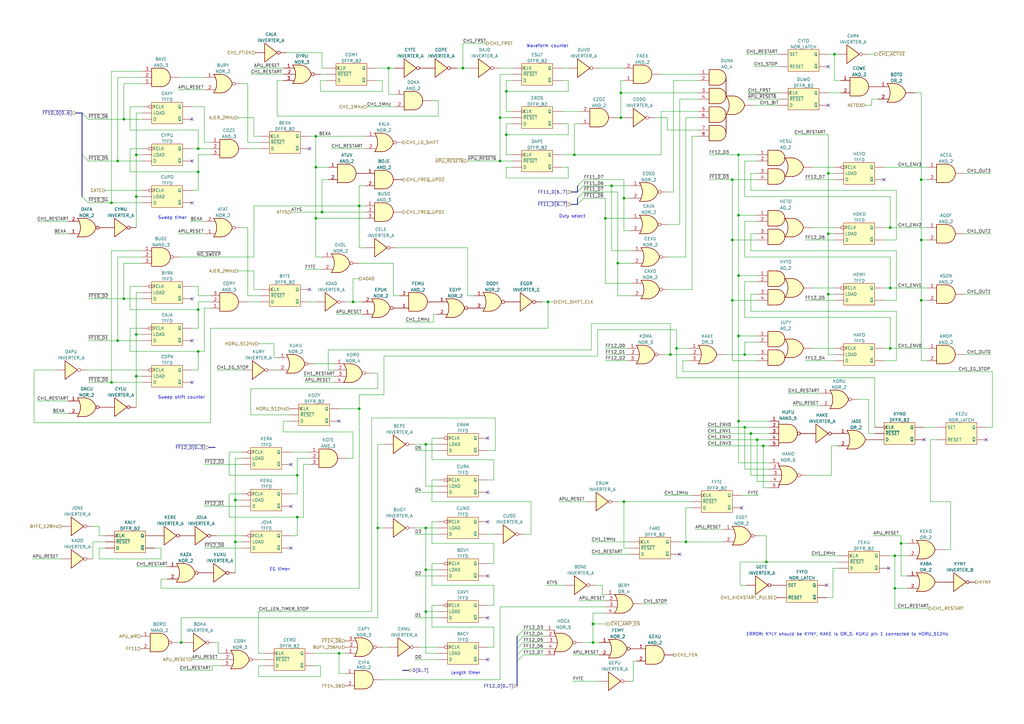
<source format=kicad_sch>
(kicad_sch (version 20211123) (generator eeschema)
  (paper "A3")
  (junction (at 205.105 66.04))
  (junction (at 300.355 73.66))
  (junction (at 342.265 22.225))
  (junction (at 207.645 37.465))
  (junction (at 154.94 216.535))
  (junction (at 174.625 233.68))
  (junction (at 81.28 144.145))
  (junction (at 377.825 73.66))
  (junction (at 45.72 83.185))
  (junction (at 365.125 142.875))
  (junction (at 129.54 68.58))
  (junction (at 300.355 98.425))
  (junction (at 314.325 230.505))
  (junction (at 159.385 27.94))
  (junction (at 174.625 216.535))
  (junction (at 81.28 70.485))
  (junction (at 55.88 80.645))
  (junction (at 235.585 63.5))
  (junction (at 253.365 107.95))
  (junction (at 55.88 154.305))
  (junction (at 339.725 95.885))
  (junction (at 254.635 48.26))
  (junction (at 248.285 89.535))
  (junction (at 50.8 122.555))
  (junction (at 129.54 55.88))
  (junction (at 377.825 123.19))
  (junction (at 205.105 48.26))
  (junction (at 313.055 182.88))
  (junction (at 377.825 98.425))
  (junction (at 302.895 63.5))
  (junction (at 369.57 222.885))
  (junction (at 367.03 227.965))
  (junction (at 274.955 145.415))
  (junction (at 255.905 205.74))
  (junction (at 307.975 177.8))
  (junction (at 207.645 55.245))
  (junction (at 189.865 27.94))
  (junction (at 300.355 123.19))
  (junction (at 243.205 255.905))
  (junction (at 139.065 267.97))
  (junction (at 302.895 113.03))
  (junction (at 302.895 137.795))
  (junction (at 339.725 120.65))
  (junction (at 55.88 137.16))
  (junction (at 45.72 156.845))
  (junction (at 310.515 180.34))
  (junction (at 365.125 118.11))
  (junction (at 174.625 182.245))
  (junction (at 302.895 88.265))
  (junction (at 255.905 81.28))
  (junction (at 48.26 66.04))
  (junction (at 81.28 60.96))
  (junction (at 250.825 76.2))
  (junction (at 147.32 167.64))
  (junction (at 365.125 93.345))
  (junction (at 281.305 222.25))
  (junction (at 367.03 241.3))
  (junction (at 174.625 250.825))
  (junction (at 254.635 38.1))
  (junction (at 81.28 127))
  (junction (at 121.92 194.945))
  (junction (at 132.08 86.995))
  (junction (at 339.725 71.12))
  (junction (at 129.54 89.535))
  (junction (at 55.88 63.5))
  (junction (at 96.52 205.105))
  (junction (at 302.895 172.72))
  (junction (at 74.295 263.525))
  (junction (at 147.32 84.455))
  (junction (at 243.205 263.525))
  (junction (at 305.435 175.26))
  (junction (at 144.78 123.825))
  (junction (at 48.26 139.7))
  (junction (at 50.8 48.895))
  (junction (at 277.495 142.875))
  (junction (at 96.52 222.25))
  (junction (at 305.435 145.415))
  (junction (at 121.92 212.09))
  (junction (at 224.79 123.825))
  (no_connect (at 200.025 236.22))
  (no_connect (at 362.585 73.66))
  (no_connect (at 119.38 224.79))
  (no_connect (at 339.725 27.305))
  (no_connect (at 127 60.96))
  (no_connect (at 200.025 201.93))
  (no_connect (at 78.74 139.7))
  (no_connect (at 119.38 207.645))
  (no_connect (at 78.74 48.895))
  (no_connect (at 78.74 66.04))
  (no_connect (at 78.74 83.185))
  (no_connect (at 364.49 233.045))
  (no_connect (at 78.74 122.555))
  (no_connect (at 304.165 208.28))
  (no_connect (at 78.74 156.845))
  (no_connect (at 200.025 179.705))
  (no_connect (at 339.09 240.03))
  (no_connect (at 127 118.745))
  (no_connect (at 200.025 253.365))
  (no_connect (at 200.025 270.51))
  (no_connect (at 339.725 43.18))
  (no_connect (at 119.38 190.5))
  (no_connect (at 278.765 227.33))
  (no_connect (at 200.025 213.995))
  (no_connect (at 404.495 180.34))
  (no_connect (at 139.065 172.72))
  (no_connect (at 379.095 180.34))
  (bus_entry (at 33.655 63.5) (size 2.54 2.54))
  (bus_entry (at 214.63 266.065) (size -2.54 2.54))
  (bus_entry (at 214.63 258.445) (size -2.54 2.54))
  (bus_entry (at 214.63 260.985) (size -2.54 2.54))
  (bus_entry (at 214.63 263.525) (size -2.54 2.54))
  (bus_entry (at 239.395 76.2) (size -2.54 2.54))
  (bus_entry (at 239.395 73.66) (size -2.54 2.54))
  (bus_entry (at 239.395 78.74) (size -2.54 2.54))
  (bus_entry (at 239.395 81.28) (size -2.54 2.54))
  (bus_entry (at 33.655 80.645) (size 2.54 2.54))
  (bus_entry (at 33.655 46.355) (size 2.54 2.54))
  (bus_entry (at 214.63 268.605) (size -2.54 2.54))
  (wire (pts (xy 290.83 63.5) (xy 302.895 63.5)))
  (wire (pts (xy 250.825 102.87) (xy 259.08 102.87)))
  (bus (pts (xy 212.09 263.525) (xy 212.09 266.065)))
  (wire (pts (xy 99.06 93.345) (xy 101.6 93.345)))
  (wire (pts (xy 48.26 105.41) (xy 58.42 105.41)))
  (wire (pts (xy 174.625 216.535) (xy 174.625 233.68)))
  (wire (pts (xy 200.025 219.075) (xy 202.565 219.075)))
  (wire (pts (xy 73.025 95.885) (xy 83.82 95.885)))
  (wire (pts (xy 116.205 177.165) (xy 144.78 177.165)))
  (wire (pts (xy 119.38 86.995) (xy 132.08 86.995)))
  (wire (pts (xy 283.845 118.745) (xy 283.845 55.88)))
  (wire (pts (xy 255.905 27.94) (xy 245.745 27.94)))
  (wire (pts (xy 129.54 68.58) (xy 134.62 68.58)))
  (wire (pts (xy 112.395 146.685) (xy 112.395 140.97)))
  (wire (pts (xy 152.4 153.035) (xy 154.94 153.035)))
  (wire (pts (xy 333.375 118.11) (xy 342.265 118.11)))
  (wire (pts (xy 274.32 118.745) (xy 283.845 118.745)))
  (wire (pts (xy 247.015 243.84) (xy 248.285 243.84)))
  (wire (pts (xy 13.97 151.765) (xy 22.86 151.765)))
  (wire (pts (xy 83.82 224.79) (xy 99.06 224.79)))
  (wire (pts (xy 315.595 177.8) (xy 307.975 177.8)))
  (wire (pts (xy 286.385 45.72) (xy 271.145 45.72)))
  (wire (pts (xy 43.18 222.25) (xy 38.1 222.25)))
  (wire (pts (xy 306.07 240.03) (xy 303.53 240.03)))
  (wire (pts (xy 177.165 240.03) (xy 177.165 231.14)))
  (wire (pts (xy 362.585 98.425) (xy 367.665 98.425)))
  (wire (pts (xy 86.36 60.96) (xy 81.28 60.96)))
  (wire (pts (xy 210.185 68.58) (xy 207.645 68.58)))
  (wire (pts (xy 248.285 145.415) (xy 257.175 145.415)))
  (wire (pts (xy 73.025 263.525) (xy 74.295 263.525)))
  (wire (pts (xy 74.295 263.525) (xy 75.565 263.525)))
  (wire (pts (xy 365.125 80.645) (xy 365.125 93.345)))
  (wire (pts (xy 242.57 222.25) (xy 258.445 222.25)))
  (wire (pts (xy 119.38 202.565) (xy 121.92 202.565)))
  (wire (pts (xy 210.185 33.02) (xy 207.645 33.02)))
  (wire (pts (xy 339.09 245.11) (xy 341.63 245.11)))
  (wire (pts (xy 354.965 43.18) (xy 357.505 43.18)))
  (wire (pts (xy 339.725 38.1) (xy 344.805 38.1)))
  (wire (pts (xy 119.38 185.42) (xy 127 185.42)))
  (wire (pts (xy 55.88 63.5) (xy 58.42 63.5)))
  (bus (pts (xy 234.315 83.82) (xy 236.855 83.82)))
  (wire (pts (xy 255.905 48.26) (xy 254.635 48.26)))
  (wire (pts (xy 96.52 205.105) (xy 96.52 222.25)))
  (wire (pts (xy 243.205 255.905) (xy 243.205 263.525)))
  (wire (pts (xy 55.88 167.005) (xy 55.88 154.305)))
  (wire (pts (xy 381.635 180.34) (xy 384.175 180.34)))
  (wire (pts (xy 36.195 83.185) (xy 45.72 83.185)))
  (wire (pts (xy 55.88 137.16) (xy 55.88 154.305)))
  (bus (pts (xy 165.1 274.955) (xy 167.64 274.955)))
  (wire (pts (xy 156.845 33.02) (xy 156.845 37.465)))
  (wire (pts (xy 81.28 70.485) (xy 53.34 70.485)))
  (wire (pts (xy 233.045 73.025) (xy 233.045 68.58)))
  (wire (pts (xy 116.205 172.72) (xy 118.745 172.72)))
  (wire (pts (xy 191.77 101.6) (xy 191.77 121.285)))
  (wire (pts (xy 207.645 45.72) (xy 207.645 37.465)))
  (wire (pts (xy 101.6 58.42) (xy 101.6 34.29)))
  (wire (pts (xy 63.5 224.79) (xy 66.04 224.79)))
  (wire (pts (xy 191.77 121.285) (xy 194.31 121.285)))
  (wire (pts (xy 106.68 121.285) (xy 101.6 121.285)))
  (wire (pts (xy 285.115 217.17) (xy 296.545 217.17)))
  (wire (pts (xy 13.335 229.235) (xy 25.4 229.235)))
  (wire (pts (xy 147.32 76.2) (xy 147.32 84.455)))
  (wire (pts (xy 333.375 68.58) (xy 342.265 68.58)))
  (wire (pts (xy 313.055 200.025) (xy 315.595 200.025)))
  (wire (pts (xy 200.025 184.785) (xy 203.2 184.785)))
  (wire (pts (xy 314.325 230.505) (xy 303.53 230.505)))
  (wire (pts (xy 358.775 177.8) (xy 356.235 177.8)))
  (wire (pts (xy 248.285 89.535) (xy 248.285 81.28)))
  (wire (pts (xy 68.58 237.49) (xy 66.04 237.49)))
  (wire (pts (xy 159.385 38.735) (xy 161.925 38.735)))
  (wire (pts (xy 242.57 132.715) (xy 274.955 132.715)))
  (wire (pts (xy 259.08 116.205) (xy 248.285 116.205)))
  (wire (pts (xy 83.82 207.645) (xy 99.06 207.645)))
  (wire (pts (xy 154.94 216.535) (xy 157.48 216.535)))
  (wire (pts (xy 367.665 78.105) (xy 367.665 98.425)))
  (wire (pts (xy 156.845 278.765) (xy 205.105 278.765)))
  (wire (pts (xy 367.665 102.87) (xy 367.665 123.19)))
  (wire (pts (xy 276.225 33.02) (xy 276.225 78.74)))
  (wire (pts (xy 50.8 48.895) (xy 50.8 34.29)))
  (wire (pts (xy 217.805 205.74) (xy 217.805 219.075)))
  (wire (pts (xy 235.585 63.5) (xy 271.145 63.5)))
  (wire (pts (xy 282.575 147.955) (xy 280.035 147.955)))
  (wire (pts (xy 89.535 267.97) (xy 90.805 267.97)))
  (wire (pts (xy 38.1 215.9) (xy 40.64 215.9)))
  (wire (pts (xy 106.045 270.51) (xy 108.585 270.51)))
  (wire (pts (xy 129.54 105.41) (xy 132.08 105.41)))
  (wire (pts (xy 358.14 219.71) (xy 369.57 219.71)))
  (wire (pts (xy 255.905 94.615) (xy 255.905 81.28)))
  (wire (pts (xy 323.215 161.29) (xy 336.55 161.29)))
  (wire (pts (xy 243.205 251.46) (xy 243.205 255.905)))
  (wire (pts (xy 214.63 266.065) (xy 223.52 266.065)))
  (wire (pts (xy 259.715 279.4) (xy 259.715 271.145)))
  (wire (pts (xy 106.045 267.97) (xy 108.585 267.97)))
  (wire (pts (xy 307.975 95.885) (xy 307.975 102.87)))
  (wire (pts (xy 253.365 107.95) (xy 253.365 121.285)))
  (wire (pts (xy 170.18 201.93) (xy 179.705 201.93)))
  (wire (pts (xy 55.88 137.16) (xy 58.42 137.16)))
  (wire (pts (xy 254.635 48.26) (xy 254.635 38.1)))
  (wire (pts (xy 174.625 216.535) (xy 179.705 216.535)))
  (wire (pts (xy 36.195 122.555) (xy 50.8 122.555)))
  (wire (pts (xy 248.285 147.955) (xy 257.175 147.955)))
  (wire (pts (xy 255.905 81.28) (xy 258.445 81.28)))
  (wire (pts (xy 271.145 45.72) (xy 271.145 63.5)))
  (wire (pts (xy 200.025 248.285) (xy 202.565 248.285)))
  (wire (pts (xy 58.42 60.96) (xy 53.34 60.96)))
  (wire (pts (xy 258.445 224.79) (xy 255.905 224.79)))
  (wire (pts (xy 40.64 219.71) (xy 43.18 219.71)))
  (wire (pts (xy 119.38 219.71) (xy 121.92 219.71)))
  (wire (pts (xy 362.585 123.19) (xy 367.665 123.19)))
  (wire (pts (xy 273.685 92.075) (xy 278.765 92.075)))
  (wire (pts (xy 389.89 205.74) (xy 389.89 225.425)))
  (wire (pts (xy 365.125 118.11) (xy 380.365 118.11)))
  (wire (pts (xy 149.86 76.2) (xy 147.32 76.2)))
  (wire (pts (xy 255.905 81.28) (xy 255.905 73.66)))
  (wire (pts (xy 274.32 105.41) (xy 281.305 105.41)))
  (wire (pts (xy 281.305 222.25) (xy 296.545 222.25)))
  (wire (pts (xy 341.63 233.045) (xy 341.63 245.11)))
  (wire (pts (xy 339.725 95.885) (xy 339.725 120.65)))
  (wire (pts (xy 73.025 36.83) (xy 83.82 36.83)))
  (wire (pts (xy 73.66 31.75) (xy 83.82 31.75)))
  (wire (pts (xy 243.205 255.905) (xy 248.92 255.905)))
  (wire (pts (xy 282.575 142.875) (xy 277.495 142.875)))
  (wire (pts (xy 157.48 161.925) (xy 157.48 146.05)))
  (wire (pts (xy 280.035 147.955) (xy 280.035 152.4)))
  (wire (pts (xy 333.375 93.345) (xy 342.265 93.345)))
  (wire (pts (xy 253.365 205.74) (xy 255.905 205.74)))
  (wire (pts (xy 134.62 143.51) (xy 242.57 143.51)))
  (wire (pts (xy 290.195 177.8) (xy 307.975 177.8)))
  (wire (pts (xy 302.895 113.03) (xy 310.515 113.03)))
  (wire (pts (xy 248.285 116.205) (xy 248.285 89.535)))
  (wire (pts (xy 174.625 199.39) (xy 179.705 199.39)))
  (wire (pts (xy 372.11 236.22) (xy 369.57 236.22)))
  (wire (pts (xy 177.165 205.74) (xy 177.165 196.85)))
  (wire (pts (xy 332.74 227.965) (xy 344.17 227.965)))
  (wire (pts (xy 330.2 73.66) (xy 342.265 73.66)))
  (wire (pts (xy 210.185 30.48) (xy 205.105 30.48)))
  (wire (pts (xy 55.88 93.345) (xy 55.88 80.645)))
  (wire (pts (xy 305.435 145.415) (xy 305.435 140.335)))
  (wire (pts (xy 356.235 163.83) (xy 351.79 163.83)))
  (wire (pts (xy 290.195 180.34) (xy 310.515 180.34)))
  (wire (pts (xy 99.06 185.42) (xy 93.98 185.42)))
  (wire (pts (xy 238.76 263.525) (xy 243.205 263.525)))
  (wire (pts (xy 367.665 127.635) (xy 367.665 147.955)))
  (wire (pts (xy 210.185 27.94) (xy 205.105 27.94)))
  (wire (pts (xy 73.66 274.955) (xy 86.995 274.955)))
  (wire (pts (xy 162.56 101.6) (xy 191.77 101.6)))
  (wire (pts (xy 380.365 98.425) (xy 377.825 98.425)))
  (wire (pts (xy 45.72 29.21) (xy 45.72 83.185)))
  (bus (pts (xy 234.315 78.74) (xy 236.855 78.74)))
  (wire (pts (xy 341.63 233.045) (xy 344.17 233.045)))
  (bus (pts (xy 212.09 266.065) (xy 212.09 268.605)))
  (wire (pts (xy 310.515 66.04) (xy 305.435 66.04)))
  (wire (pts (xy 81.28 134.62) (xy 81.28 127)))
  (wire (pts (xy 170.18 253.365) (xy 179.705 253.365)))
  (wire (pts (xy 129.54 55.88) (xy 129.54 68.58)))
  (wire (pts (xy 78.74 270.51) (xy 90.805 270.51)))
  (wire (pts (xy 179.705 41.275) (xy 177.165 41.275)))
  (wire (pts (xy 314.325 219.71) (xy 314.325 230.505)))
  (wire (pts (xy 380.365 123.19) (xy 377.825 123.19)))
  (wire (pts (xy 233.045 33.02) (xy 230.505 33.02)))
  (wire (pts (xy 205.105 30.48) (xy 205.105 48.26)))
  (wire (pts (xy 55.88 120.015) (xy 55.88 137.16)))
  (wire (pts (xy 395.605 95.885) (xy 406.4 95.885)))
  (wire (pts (xy 407.035 175.26) (xy 407.035 152.4)))
  (wire (pts (xy 369.57 222.885) (xy 372.11 222.885)))
  (wire (pts (xy 253.365 107.95) (xy 253.365 78.74)))
  (wire (pts (xy 330.2 147.955) (xy 342.265 147.955)))
  (wire (pts (xy 300.355 73.66) (xy 310.515 73.66)))
  (wire (pts (xy 106.045 273.05) (xy 106.045 277.495)))
  (wire (pts (xy 96.52 222.25) (xy 99.06 222.25)))
  (wire (pts (xy 305.435 115.57) (xy 305.435 130.175)))
  (wire (pts (xy 342.265 22.225) (xy 339.725 22.225)))
  (wire (pts (xy 263.525 247.65) (xy 273.685 247.65)))
  (wire (pts (xy 310.515 180.34) (xy 310.515 197.485)))
  (wire (pts (xy 106.68 123.825) (xy 101.6 123.825)))
  (wire (pts (xy 58.42 120.015) (xy 55.88 120.015)))
  (wire (pts (xy 104.14 118.745) (xy 106.68 118.745)))
  (wire (pts (xy 325.755 55.245) (xy 339.725 55.245)))
  (wire (pts (xy 154.94 253.365) (xy 154.94 216.535)))
  (wire (pts (xy 147.32 84.455) (xy 149.86 84.455)))
  (wire (pts (xy 174.625 267.97) (xy 179.705 267.97)))
  (wire (pts (xy 207.645 73.025) (xy 233.045 73.025)))
  (wire (pts (xy 78.74 134.62) (xy 81.28 134.62)))
  (wire (pts (xy 339.725 71.12) (xy 339.725 95.885)))
  (wire (pts (xy 365.125 93.345) (xy 380.365 93.345)))
  (wire (pts (xy 302.895 88.265) (xy 310.515 88.265)))
  (wire (pts (xy 40.64 215.9) (xy 40.64 219.71)))
  (wire (pts (xy 121.92 187.96) (xy 121.92 194.945)))
  (wire (pts (xy 83.82 144.145) (xy 81.28 144.145)))
  (wire (pts (xy 333.375 142.875) (xy 342.265 142.875)))
  (wire (pts (xy 66.04 224.79) (xy 66.04 229.235)))
  (wire (pts (xy 307.975 177.8) (xy 307.975 194.945)))
  (wire (pts (xy 53.34 117.475) (xy 53.34 127)))
  (wire (pts (xy 121.92 212.09) (xy 124.46 212.09)))
  (wire (pts (xy 36.195 66.04) (xy 48.26 66.04)))
  (wire (pts (xy 343.535 182.88) (xy 340.995 182.88)))
  (wire (pts (xy 189.865 27.94) (xy 192.405 27.94)))
  (wire (pts (xy 254.635 33.02) (xy 255.905 33.02)))
  (wire (pts (xy 342.265 120.65) (xy 339.725 120.65)))
  (wire (pts (xy 149.86 86.995) (xy 132.08 86.995)))
  (wire (pts (xy 113.665 33.02) (xy 113.665 47.625)))
  (wire (pts (xy 104.14 111.125) (xy 104.14 118.745)))
  (wire (pts (xy 200.025 265.43) (xy 202.565 265.43)))
  (wire (pts (xy 154.94 159.385) (xy 102.87 159.385)))
  (wire (pts (xy 369.57 236.22) (xy 369.57 222.885)))
  (wire (pts (xy 40.64 224.79) (xy 43.18 224.79)))
  (wire (pts (xy 177.8 132.08) (xy 177.8 128.905)))
  (wire (pts (xy 244.475 240.03) (xy 247.015 240.03)))
  (wire (pts (xy 330.2 123.19) (xy 342.265 123.19)))
  (wire (pts (xy 81.28 53.34) (xy 53.34 53.34)))
  (wire (pts (xy 302.895 137.795) (xy 302.895 172.72)))
  (wire (pts (xy 302.895 113.03) (xy 302.895 137.795)))
  (wire (pts (xy 157.48 146.05) (xy 245.11 146.05)))
  (wire (pts (xy 302.895 172.72) (xy 302.895 189.865)))
  (wire (pts (xy 161.29 107.95) (xy 147.32 107.95)))
  (wire (pts (xy 48.26 105.41) (xy 48.26 139.7)))
  (wire (pts (xy 207.645 33.02) (xy 207.645 37.465)))
  (wire (pts (xy 258.445 94.615) (xy 255.905 94.615)))
  (wire (pts (xy 281.305 208.28) (xy 281.305 222.25)))
  (wire (pts (xy 210.185 50.8) (xy 207.645 50.8)))
  (wire (pts (xy 342.265 33.02) (xy 344.805 33.02)))
  (wire (pts (xy 305.435 175.26) (xy 305.435 192.405)))
  (wire (pts (xy 106.68 58.42) (xy 101.6 58.42)))
  (wire (pts (xy 381.635 180.34) (xy 381.635 205.74)))
  (wire (pts (xy 315.595 182.88) (xy 313.055 182.88)))
  (wire (pts (xy 330.2 98.425) (xy 342.265 98.425)))
  (wire (pts (xy 342.265 145.415) (xy 339.725 145.415)))
  (wire (pts (xy 53.34 134.62) (xy 53.34 144.145)))
  (wire (pts (xy 73.66 105.41) (xy 104.14 105.41)))
  (wire (pts (xy 112.395 151.765) (xy 113.665 151.765)))
  (wire (pts (xy 93.98 185.42) (xy 93.98 194.945)))
  (wire (pts (xy 132.08 73.66) (xy 134.62 73.66)))
  (wire (pts (xy 207.645 68.58) (xy 207.645 73.025)))
  (wire (pts (xy 58.42 43.815) (xy 53.34 43.815)))
  (wire (pts (xy 78.74 78.105) (xy 81.28 78.105)))
  (wire (pts (xy 222.25 123.825) (xy 224.79 123.825)))
  (wire (pts (xy 387.35 225.425) (xy 389.89 225.425)))
  (wire (pts (xy 230.505 27.94) (xy 233.045 27.94)))
  (wire (pts (xy 129.54 89.535) (xy 129.54 105.41)))
  (wire (pts (xy 365.125 105.41) (xy 365.125 118.11)))
  (wire (pts (xy 116.205 172.72) (xy 116.205 177.165)))
  (wire (pts (xy 315.595 180.34) (xy 310.515 180.34)))
  (wire (pts (xy 127 55.88) (xy 129.54 55.88)))
  (wire (pts (xy 286.385 33.02) (xy 276.225 33.02)))
  (bus (pts (xy 236.855 81.28) (xy 236.855 83.82)))
  (wire (pts (xy 86.995 274.955) (xy 86.995 273.05)))
  (wire (pts (xy 83.82 190.5) (xy 99.06 190.5)))
  (wire (pts (xy 306.705 38.1) (xy 319.405 38.1)))
  (wire (pts (xy 233.045 37.465) (xy 233.045 33.02)))
  (wire (pts (xy 200.025 196.85) (xy 202.565 196.85)))
  (wire (pts (xy 233.045 55.245) (xy 233.045 50.8)))
  (wire (pts (xy 310.515 140.335) (xy 305.435 140.335)))
  (wire (pts (xy 177.165 213.995) (xy 179.705 213.995)))
  (wire (pts (xy 149.86 60.96) (xy 135.89 60.96)))
  (wire (pts (xy 144.78 187.96) (xy 142.24 187.96)))
  (wire (pts (xy 170.18 184.785) (xy 179.705 184.785)))
  (wire (pts (xy 214.63 268.605) (xy 223.52 268.605)))
  (wire (pts (xy 55.88 46.355) (xy 55.88 63.5)))
  (wire (pts (xy 104.14 48.26) (xy 104.14 55.88)))
  (wire (pts (xy 372.11 241.3) (xy 367.03 241.3)))
  (wire (pts (xy 364.49 227.965) (xy 367.03 227.965)))
  (wire (pts (xy 310.515 90.805) (xy 305.435 90.805)))
  (wire (pts (xy 81.28 60.96) (xy 81.28 53.34)))
  (wire (pts (xy 304.165 203.2) (xy 311.15 203.2)))
  (wire (pts (xy 339.725 120.65) (xy 339.725 145.415)))
  (wire (pts (xy 139.065 267.97) (xy 141.605 267.97)))
  (wire (pts (xy 377.825 98.425) (xy 377.825 123.19)))
  (wire (pts (xy 141.605 276.225) (xy 139.065 276.225)))
  (wire (pts (xy 174.625 250.825) (xy 179.705 250.825)))
  (wire (pts (xy 367.03 249.555) (xy 381 249.555)))
  (wire (pts (xy 307.975 127.635) (xy 367.665 127.635)))
  (wire (pts (xy 203.2 171.45) (xy 203.2 184.785)))
  (wire (pts (xy 144.78 123.825) (xy 148.59 123.825)))
  (wire (pts (xy 281.305 48.26) (xy 286.385 48.26)))
  (wire (pts (xy 239.395 81.28) (xy 248.285 81.28)))
  (wire (pts (xy 357.505 40.64) (xy 357.505 43.18)))
  (bus (pts (xy 33.655 46.355) (xy 31.115 46.355)))
  (wire (pts (xy 144.78 187.96) (xy 144.78 177.165)))
  (wire (pts (xy 113.665 146.685) (xy 112.395 146.685)))
  (wire (pts (xy 235.585 50.8) (xy 238.125 50.8)))
  (wire (pts (xy 177.8 128.905) (xy 179.07 128.905)))
  (wire (pts (xy 283.845 55.88) (xy 286.385 55.88)))
  (wire (pts (xy 272.415 145.415) (xy 274.955 145.415)))
  (wire (pts (xy 78.74 60.96) (xy 81.28 60.96)))
  (wire (pts (xy 101.6 93.345) (xy 101.6 121.285)))
  (wire (pts (xy 83.82 58.42) (xy 83.82 43.815)))
  (wire (pts (xy 243.205 263.525) (xy 245.745 263.525)))
  (wire (pts (xy 177.165 179.705) (xy 179.705 179.705)))
  (wire (pts (xy 124.46 190.5) (xy 127 190.5)))
  (wire (pts (xy 245.11 146.05) (xy 245.11 135.255)))
  (wire (pts (xy 230.505 63.5) (xy 235.585 63.5)))
  (wire (pts (xy 45.72 102.87) (xy 45.72 156.845)))
  (wire (pts (xy 305.435 145.415) (xy 310.515 145.415)))
  (wire (pts (xy 159.385 27.94) (xy 159.385 38.735)))
  (wire (pts (xy 124.46 154.305) (xy 137.16 154.305)))
  (wire (pts (xy 367.03 241.3) (xy 367.03 249.555)))
  (wire (pts (xy 306.705 40.64) (xy 319.405 40.64)))
  (wire (pts (xy 233.045 68.58) (xy 230.505 68.58)))
  (wire (pts (xy 380.365 147.955) (xy 377.825 147.955)))
  (wire (pts (xy 152.4 250.825) (xy 106.045 250.825)))
  (wire (pts (xy 277.495 142.875) (xy 277.495 154.94)))
  (wire (pts (xy 88.9 151.765) (xy 99.695 151.765)))
  (wire (pts (xy 170.18 219.075) (xy 179.705 219.075)))
  (wire (pts (xy 229.235 205.74) (xy 240.665 205.74)))
  (wire (pts (xy 177.165 188.595) (xy 177.165 179.705)))
  (wire (pts (xy 177.165 196.85) (xy 179.705 196.85)))
  (wire (pts (xy 274.955 132.715) (xy 274.955 145.415)))
  (wire (pts (xy 247.015 240.03) (xy 247.015 243.84)))
  (wire (pts (xy 81.28 63.5) (xy 86.36 63.5)))
  (wire (pts (xy 342.265 71.12) (xy 339.725 71.12)))
  (wire (pts (xy 278.765 92.075) (xy 278.765 40.64)))
  (wire (pts (xy 248.285 142.875) (xy 257.175 142.875)))
  (wire (pts (xy 132.08 86.995) (xy 132.08 73.66)))
  (wire (pts (xy 271.145 30.48) (xy 286.385 30.48)))
  (wire (pts (xy 81.28 117.475) (xy 81.28 121.285)))
  (wire (pts (xy 305.435 66.04) (xy 305.435 80.645)))
  (wire (pts (xy 154.94 153.035) (xy 154.94 159.385)))
  (wire (pts (xy 170.18 270.51) (xy 179.705 270.51)))
  (wire (pts (xy 290.195 175.26) (xy 305.435 175.26)))
  (wire (pts (xy 86.36 126.365) (xy 83.82 126.365)))
  (wire (pts (xy 108.585 273.05) (xy 106.045 273.05)))
  (wire (pts (xy 102.87 170.18) (xy 118.745 170.18)))
  (wire (pts (xy 307.975 194.945) (xy 315.595 194.945)))
  (wire (pts (xy 343.535 22.225) (xy 342.265 22.225)))
  (wire (pts (xy 202.565 231.14) (xy 202.565 222.885)))
  (bus (pts (xy 212.09 271.145) (xy 212.09 281.305)))
  (wire (pts (xy 66.04 241.3) (xy 66.04 237.49)))
  (wire (pts (xy 313.055 182.88) (xy 313.055 200.025)))
  (wire (pts (xy 163.83 121.285) (xy 161.29 121.285)))
  (wire (pts (xy 78.105 90.805) (xy 83.82 90.805)))
  (wire (pts (xy 121.92 219.71) (xy 121.92 212.09)))
  (bus (pts (xy 33.655 63.5) (xy 33.655 80.645)))
  (wire (pts (xy 35.56 151.765) (xy 58.42 151.765)))
  (wire (pts (xy 81.28 63.5) (xy 81.28 70.485)))
  (wire (pts (xy 356.235 177.8) (xy 356.235 163.83)))
  (wire (pts (xy 234.95 279.4) (xy 245.745 279.4)))
  (wire (pts (xy 230.505 45.72) (xy 238.125 45.72)))
  (wire (pts (xy 239.395 76.2) (xy 250.825 76.2)))
  (wire (pts (xy 177.165 248.285) (xy 179.705 248.285)))
  (wire (pts (xy 404.495 175.26) (xy 407.035 175.26)))
  (wire (pts (xy 360.045 40.64) (xy 357.505 40.64)))
  (wire (pts (xy 170.18 236.22) (xy 179.705 236.22)))
  (wire (pts (xy 159.385 265.43) (xy 156.845 265.43)))
  (wire (pts (xy 250.825 76.2) (xy 250.825 102.87)))
  (wire (pts (xy 310.515 115.57) (xy 305.435 115.57)))
  (wire (pts (xy 199.39 17.78) (xy 189.865 17.78)))
  (wire (pts (xy 242.57 143.51) (xy 242.57 132.715)))
  (wire (pts (xy 310.515 95.885) (xy 307.975 95.885)))
  (wire (pts (xy 276.225 78.74) (xy 273.685 78.74)))
  (wire (pts (xy 177.165 231.14) (xy 179.705 231.14)))
  (wire (pts (xy 129.54 123.825) (xy 127 123.825)))
  (wire (pts (xy 273.685 48.26) (xy 273.685 53.34)))
  (wire (pts (xy 36.195 156.845) (xy 45.72 156.845)))
  (wire (pts (xy 58.42 46.355) (xy 55.88 46.355)))
  (wire (pts (xy 300.355 98.425) (xy 300.355 123.19)))
  (wire (pts (xy 58.42 117.475) (xy 53.34 117.475)))
  (wire (pts (xy 128.905 267.97) (xy 139.065 267.97)))
  (wire (pts (xy 74.295 263.525) (xy 74.295 253.365)))
  (wire (pts (xy 50.8 122.555) (xy 50.8 107.95)))
  (wire (pts (xy 161.29 121.285) (xy 161.29 107.95)))
  (wire (pts (xy 243.205 251.46) (xy 248.285 251.46)))
  (wire (pts (xy 305.435 192.405) (xy 315.595 192.405)))
  (wire (pts (xy 280.035 152.4) (xy 407.035 152.4)))
  (wire (pts (xy 307.975 71.12) (xy 307.975 78.105)))
  (wire (pts (xy 272.415 203.2) (xy 283.845 203.2)))
  (wire (pts (xy 278.765 222.25) (xy 281.305 222.25)))
  (wire (pts (xy 302.895 137.795) (xy 310.515 137.795)))
  (wire (pts (xy 104.14 27.94) (xy 116.205 27.94)))
  (wire (pts (xy 131.445 277.495) (xy 131.445 273.05)))
  (wire (pts (xy 239.395 73.66) (xy 255.905 73.66)))
  (wire (pts (xy 205.105 66.04) (xy 210.185 66.04)))
  (wire (pts (xy 104.14 55.88) (xy 106.68 55.88)))
  (wire (pts (xy 58.42 134.62) (xy 53.34 134.62)))
  (wire (pts (xy 325.12 166.37) (xy 336.55 166.37)))
  (wire (pts (xy 395.605 71.12) (xy 406.4 71.12)))
  (wire (pts (xy 40.64 229.235) (xy 40.64 224.79)))
  (wire (pts (xy 157.48 182.245) (xy 154.94 182.245)))
  (wire (pts (xy 132.08 110.49) (xy 125.095 110.49)))
  (wire (pts (xy 395.605 145.415) (xy 406.4 145.415)))
  (wire (pts (xy 274.955 145.415) (xy 282.575 145.415)))
  (wire (pts (xy 235.585 63.5) (xy 235.585 50.8)))
  (wire (pts (xy 191.77 66.04) (xy 205.105 66.04)))
  (wire (pts (xy 106.68 60.96) (xy 101.6 60.96)))
  (wire (pts (xy 309.245 43.18) (xy 319.405 43.18)))
  (wire (pts (xy 377.825 123.19) (xy 377.825 147.955)))
  (bus (pts (xy 212.09 268.605) (xy 212.09 271.145)))
  (wire (pts (xy 129.54 89.535) (xy 149.86 89.535)))
  (wire (pts (xy 134.62 151.765) (xy 134.62 143.51)))
  (wire (pts (xy 305.435 105.41) (xy 365.125 105.41)))
  (wire (pts (xy 200.025 231.14) (xy 202.565 231.14)))
  (wire (pts (xy 174.625 233.68) (xy 179.705 233.68)))
  (wire (pts (xy 83.82 43.815) (xy 78.74 43.815)))
  (wire (pts (xy 53.34 60.96) (xy 53.34 70.485)))
  (wire (pts (xy 152.4 171.45) (xy 152.4 250.825)))
  (wire (pts (xy 139.065 276.225) (xy 139.065 267.97)))
  (wire (pts (xy 106.045 140.97) (xy 112.395 140.97)))
  (wire (pts (xy 305.435 80.645) (xy 365.125 80.645)))
  (wire (pts (xy 137.795 128.905) (xy 148.59 128.905)))
  (wire (pts (xy 254.635 48.26) (xy 253.365 48.26)))
  (wire (pts (xy 152.4 171.45) (xy 203.2 171.45)))
  (wire (pts (xy 187.325 27.94) (xy 189.865 27.94)))
  (wire (pts (xy 202.565 248.285) (xy 202.565 240.03)))
  (wire (pts (xy 202.565 257.175) (xy 177.165 257.175)))
  (wire (pts (xy 45.72 156.845) (xy 58.42 156.845)))
  (wire (pts (xy 48.26 139.7) (xy 58.42 139.7)))
  (wire (pts (xy 132.08 21.59) (xy 117.475 21.59)))
  (wire (pts (xy 306.07 22.225) (xy 319.405 22.225)))
  (wire (pts (xy 342.265 22.225) (xy 342.265 33.02)))
  (wire (pts (xy 310.515 71.12) (xy 307.975 71.12)))
  (wire (pts (xy 93.98 202.565) (xy 93.98 212.09)))
  (wire (pts (xy 380.365 73.66) (xy 377.825 73.66)))
  (wire (pts (xy 102.87 159.385) (xy 102.87 170.18)))
  (wire (pts (xy 259.08 107.95) (xy 253.365 107.95)))
  (wire (pts (xy 207.645 55.245) (xy 233.045 55.245)))
  (wire (pts (xy 106.045 267.97) (xy 106.045 250.825)))
  (wire (pts (xy 369.57 219.71) (xy 369.57 222.885)))
  (wire (pts (xy 55.88 232.41) (xy 68.58 232.41)))
  (wire (pts (xy 174.625 250.825) (xy 174.625 267.97)))
  (wire (pts (xy 38.1 222.25) (xy 38.1 229.235)))
  (wire (pts (xy 45.72 29.21) (xy 58.42 29.21)))
  (wire (pts (xy 131.445 37.465) (xy 131.445 33.02)))
  (wire (pts (xy 300.355 123.19) (xy 300.355 147.955)))
  (wire (pts (xy 81.28 144.145) (xy 53.34 144.145)))
  (wire (pts (xy 177.165 205.74) (xy 217.805 205.74)))
  (wire (pts (xy 224.79 134.62) (xy 86.36 134.62)))
  (wire (pts (xy 205.105 248.92) (xy 205.105 278.765)))
  (wire (pts (xy 340.995 182.88) (xy 340.995 194.945)))
  (wire (pts (xy 144.78 114.3) (xy 147.32 114.3)))
  (wire (pts (xy 121.92 187.96) (xy 127 187.96)))
  (wire (pts (xy 50.8 107.95) (xy 58.42 107.95)))
  (wire (pts (xy 125.095 156.845) (xy 137.16 156.845)))
  (wire (pts (xy 174.625 182.245) (xy 179.705 182.245)))
  (wire (pts (xy 315.595 175.26) (xy 305.435 175.26)))
  (wire (pts (xy 311.785 219.71) (xy 314.325 219.71)))
  (wire (pts (xy 302.895 63.5) (xy 310.515 63.5)))
  (bus (pts (xy 85.725 183.515) (xy 88.265 183.515)))
  (wire (pts (xy 365.125 130.175) (xy 365.125 142.875)))
  (wire (pts (xy 253.365 121.285) (xy 259.08 121.285)))
  (wire (pts (xy 258.445 279.4) (xy 259.715 279.4)))
  (wire (pts (xy 174.625 233.68) (xy 174.625 250.825)))
  (wire (pts (xy 205.105 48.26) (xy 205.105 66.04)))
  (wire (pts (xy 149.86 55.88) (xy 129.54 55.88)))
  (wire (pts (xy 78.74 151.765) (xy 81.28 151.765)))
  (wire (pts (xy 305.435 90.805) (xy 305.435 105.41)))
  (wire (pts (xy 202.565 188.595) (xy 177.165 188.595)))
  (wire (pts (xy 50.8 34.29) (xy 58.42 34.29)))
  (wire (pts (xy 300.355 98.425) (xy 310.515 98.425)))
  (wire (pts (xy 210.185 63.5) (xy 207.645 63.5)))
  (wire (pts (xy 358.775 154.94) (xy 358.775 175.26)))
  (wire (pts (xy 344.17 230.505) (xy 314.325 230.505)))
  (wire (pts (xy 362.585 147.955) (xy 367.665 147.955)))
  (wire (pts (xy 154.305 33.02) (xy 156.845 33.02)))
  (wire (pts (xy 50.8 48.895) (xy 58.42 48.895)))
  (wire (pts (xy 101.6 34.29) (xy 99.06 34.29)))
  (wire (pts (xy 66.04 229.235) (xy 40.64 229.235)))
  (wire (pts (xy 377.825 73.66) (xy 377.825 98.425)))
  (wire (pts (xy 207.645 50.8) (xy 207.645 55.245)))
  (wire (pts (xy 205.105 48.26) (xy 210.185 48.26)))
  (wire (pts (xy 48.26 66.04) (xy 58.42 66.04)))
  (wire (pts (xy 89.535 263.525) (xy 89.535 267.97)))
  (wire (pts (xy 302.895 63.5) (xy 302.895 88.265)))
  (wire (pts (xy 86.36 58.42) (xy 83.82 58.42)))
  (wire (pts (xy 27.94 169.545) (xy 21.59 169.545)))
  (wire (pts (xy 254.635 33.02) (xy 254.635 38.1)))
  (wire (pts (xy 121.92 202.565) (xy 121.92 194.945)))
  (wire (pts (xy 81.28 78.105) (xy 81.28 70.485)))
  (wire (pts (xy 362.585 118.11) (xy 365.125 118.11)))
  (wire (pts (xy 170.18 182.245) (xy 174.625 182.245)))
  (wire (pts (xy 365.125 93.345) (xy 362.585 93.345)))
  (wire (pts (xy 283.845 208.28) (xy 281.305 208.28)))
  (wire (pts (xy 142.24 123.825) (xy 144.78 123.825)))
  (wire (pts (xy 96.52 234.95) (xy 96.52 222.25)))
  (wire (pts (xy 147.32 101.6) (xy 147.32 84.455)))
  (wire (pts (xy 224.79 123.825) (xy 227.33 123.825)))
  (wire (pts (xy 99.06 202.565) (xy 93.98 202.565)))
  (wire (pts (xy 83.82 126.365) (xy 83.82 144.145)))
  (wire (pts (xy 277.495 135.255) (xy 277.495 142.875)))
  (wire (pts (xy 55.88 154.305) (xy 58.42 154.305)))
  (wire (pts (xy 255.905 205.74) (xy 255.905 224.79)))
  (wire (pts (xy 48.26 31.75) (xy 58.42 31.75)))
  (bus (pts (xy 236.855 76.2) (xy 236.855 78.74)))
  (wire (pts (xy 278.765 40.64) (xy 286.385 40.64)))
  (wire (pts (xy 147.32 161.925) (xy 147.32 167.64)))
  (wire (pts (xy 367.03 227.965) (xy 372.11 227.965)))
  (wire (pts (xy 81.28 127) (xy 53.34 127)))
  (wire (pts (xy 302.895 88.265) (xy 302.895 113.03)))
  (wire (pts (xy 286.385 53.34) (xy 273.685 53.34)))
  (wire (pts (xy 13.97 173.355) (xy 13.97 151.765)))
  (wire (pts (xy 207.645 63.5) (xy 207.645 55.245)))
  (wire (pts (xy 302.895 172.72) (xy 315.595 172.72)))
  (wire (pts (xy 86.995 273.05) (xy 90.805 273.05)))
  (wire (pts (xy 207.645 37.465) (xy 233.045 37.465)))
  (wire (pts (xy 281.305 105.41) (xy 281.305 48.26)))
  (wire (pts (xy 367.03 241.3) (xy 367.03 227.965)))
  (wire (pts (xy 214.63 258.445) (xy 223.52 258.445)))
  (wire (pts (xy 131.445 273.05) (xy 128.905 273.05)))
  (wire (pts (xy 210.185 45.72) (xy 207.645 45.72)))
  (wire (pts (xy 310.515 197.485) (xy 315.595 197.485)))
  (wire (pts (xy 113.665 47.625) (xy 179.705 47.625)))
  (wire (pts (xy 242.57 227.33) (xy 258.445 227.33)))
  (wire (pts (xy 174.625 182.245) (xy 174.625 199.39)))
  (wire (pts (xy 116.205 33.02) (xy 113.665 33.02)))
  (wire (pts (xy 179.705 47.625) (xy 179.705 41.275)))
  (wire (pts (xy 86.36 173.355) (xy 13.97 173.355)))
  (wire (pts (xy 300.355 73.66) (xy 300.355 98.425)))
  (wire (pts (xy 177.165 257.175) (xy 177.165 248.285)))
  (wire (pts (xy 303.53 230.505) (xy 303.53 240.03)))
  (wire (pts (xy 277.495 154.94) (xy 358.775 154.94)))
  (wire (pts (xy 104.14 84.455) (xy 104.14 105.41)))
  (wire (pts (xy 297.815 145.415) (xy 305.435 145.415)))
  (wire (pts (xy 139.065 167.64) (xy 147.32 167.64)))
  (wire (pts (xy 43.18 78.105) (xy 58.42 78.105)))
  (wire (pts (xy 81.28 123.825) (xy 81.28 127)))
  (wire (pts (xy 377.825 38.1) (xy 377.825 73.66)))
  (wire (pts (xy 81.28 123.825) (xy 86.36 123.825)))
  (wire (pts (xy 217.805 219.075) (xy 215.265 219.075)))
  (wire (pts (xy 258.445 76.2) (xy 250.825 76.2)))
  (wire (pts (xy 202.565 222.885) (xy 177.165 222.885)))
  (wire (pts (xy 161.925 27.94) (xy 159.385 27.94)))
  (wire (pts (xy 96.52 187.96) (xy 96.52 205.105)))
  (wire (pts (xy 248.285 89.535) (xy 258.445 89.535)))
  (wire (pts (xy 133.985 27.94) (xy 132.08 27.94)))
  (wire (pts (xy 53.34 43.815) (xy 53.34 53.34)))
  (wire (pts (xy 97.79 48.26) (xy 104.14 48.26)))
  (wire (pts (xy 131.445 33.02) (xy 133.985 33.02)))
  (wire (pts (xy 137.16 149.225) (xy 128.905 149.225)))
  (wire (pts (xy 154.94 182.245) (xy 154.94 216.535)))
  (wire (pts (xy 86.36 121.285) (xy 81.28 121.285)))
  (wire (pts (xy 99.06 187.96) (xy 96.52 187.96)))
  (wire (pts (xy 166.37 132.08) (xy 177.8 132.08)))
  (wire (pts (xy 245.11 135.255) (xy 277.495 135.255)))
  (wire (pts (xy 88.265 263.525) (xy 89.535 263.525)))
  (wire (pts (xy 342.265 95.885) (xy 339.725 95.885)))
  (bus (pts (xy 33.655 46.355) (xy 33.655 63.5)))
  (wire (pts (xy 307.975 78.105) (xy 367.665 78.105)))
  (wire (pts (xy 239.395 78.74) (xy 253.365 78.74)))
  (wire (pts (xy 307.975 120.65) (xy 307.975 127.635)))
  (wire (pts (xy 381.635 205.74) (xy 389.89 205.74)))
  (wire (pts (xy 81.28 117.475) (xy 78.74 117.475)))
  (wire (pts (xy 214.63 260.985) (xy 223.52 260.985)))
  (wire (pts (xy 124.46 190.5) (xy 124.46 212.09)))
  (wire (pts (xy 202.565 265.43) (xy 202.565 257.175)))
  (wire (pts (xy 102.87 30.48) (xy 116.205 30.48)))
  (wire (pts (xy 254.635 38.1) (xy 286.385 38.1)))
  (wire (pts (xy 375.285 38.1) (xy 377.825 38.1)))
  (wire (pts (xy 330.835 194.945) (xy 340.995 194.945)))
  (wire (pts (xy 234.95 268.605) (xy 245.745 268.605)))
  (wire (pts (xy 132.08 27.94) (xy 132.08 21.59)))
  (wire (pts (xy 131.445 30.48) (xy 133.985 30.48)))
  (wire (pts (xy 300.355 147.955) (xy 310.515 147.955)))
  (wire (pts (xy 310.515 120.65) (xy 307.975 120.65)))
  (wire (pts (xy 106.045 277.495) (xy 131.445 277.495)))
  (wire (pts (xy 55.88 63.5) (xy 55.88 80.645)))
  (bus (pts (xy 212.09 260.985) (xy 212.09 263.525)))
  (wire (pts (xy 55.88 80.645) (xy 58.42 80.645)))
  (wire (pts (xy 144.78 123.825) (xy 144.78 114.3)))
  (wire (pts (xy 302.895 189.865) (xy 315.595 189.865)))
  (wire (pts (xy 45.72 83.185) (xy 58.42 83.185)))
  (wire (pts (xy 395.605 120.65) (xy 406.4 120.65)))
  (wire (pts (xy 362.585 142.875) (xy 365.125 142.875)))
  (wire (pts (xy 379.095 175.26) (xy 384.175 175.26)))
  (wire (pts (xy 300.355 123.19) (xy 310.515 123.19)))
  (wire (pts (xy 93.98 212.09) (xy 121.92 212.09)))
  (wire (pts (xy 202.565 240.03) (xy 177.165 240.03)))
  (wire (pts (xy 50.8 122.555) (xy 58.42 122.555)))
  (wire (pts (xy 147.32 101.6) (xy 149.86 101.6)))
  (wire (pts (xy 74.295 253.365) (xy 154.94 253.365)))
  (wire (pts (xy 156.845 37.465) (xy 131.445 37.465)))
  (wire (pts (xy 147.32 167.64) (xy 147.32 241.3)))
  (wire (pts (xy 15.24 90.805) (xy 27.94 90.805)))
  (wire (pts (xy 86.36 134.62) (xy 86.36 173.355)))
  (wire (pts (xy 259.715 271.145) (xy 260.985 271.145)))
  (wire (pts (xy 365.125 142.875) (xy 380.365 142.875)))
  (wire (pts (xy 159.385 27.94) (xy 154.305 27.94)))
  (wire (pts (xy 97.79 111.125) (xy 104.14 111.125)))
  (wire (pts (xy 66.04 241.3) (xy 147.32 241.3)))
  (wire (pts (xy 255.905 205.74) (xy 283.845 205.74)))
  (wire (pts (xy 290.195 182.88) (xy 313.055 182.88)))
  (wire (pts (xy 177.165 222.885) (xy 177.165 213.995)))
  (wire (pts (xy 237.49 246.38) (xy 248.285 246.38)))
  (wire (pts (xy 170.18 216.535) (xy 174.625 216.535)))
  (wire (pts (xy 36.195 48.895) (xy 50.8 48.895)))
  (wire (pts (xy 205.105 248.92) (xy 248.285 248.92)))
  (wire (pts (xy 356.235 22.225) (xy 358.775 22.225)))
  (wire (pts (xy 88.9 219.71) (xy 99.06 219.71)))
  (wire (pts (xy 214.63 263.525) (xy 223.52 263.525)))
  (wire (pts (xy 305.435 130.175) (xy 365.125 130.175)))
  (wire (pts (xy 121.92 194.945) (xy 93.98 194.945)))
  (wire (pts (xy 147.32 161.925) (xy 157.48 161.925)))
  (wire (pts (xy 150.495 43.815) (xy 161.925 43.815)))
  (wire (pts (xy 15.24 164.465) (xy 27.94 164.465)))
  (wire (pts (xy 224.155 240.03) (xy 231.775 240.03)))
  (wire (pts (xy 104.14 84.455) (xy 147.32 84.455)))
  (wire (pts (xy 81.28 151.765) (xy 81.28 144.145)))
  (wire (pts (xy 202.565 196.85) (xy 202.565 188.595)))
  (wire (pts (xy 137.16 151.765) (xy 134.62 151.765)))
  (wire (pts (xy 45.72 102.87) (xy 58.42 102.87)))
  (wire (pts (xy 339.725 71.12) (xy 339.725 55.245)))
  (wire (pts (xy 233.045 50.8) (xy 230.505 50.8)))
  (wire (pts (xy 268.605 48.26) (xy 273.685 48.26)))
  (wire (pts (xy 48.26 31.75) (xy 48.26 66.04)))
  (wire (pts (xy 319.405 27.305) (xy 309.245 27.305)))
  (wire (pts (xy 224.79 123.825) (xy 224.79 134.62)))
  (wire (pts (xy 36.195 139.7) (xy 48.26 139.7)))
  (wire (pts (xy 307.975 102.87) (xy 367.665 102.87)))
  (wire (pts (xy 96.52 205.105) (xy 99.06 205.105)))
  (wire (pts (xy 129.54 68.58) (xy 129.54 89.535)))
  (wire (pts (xy 27.94 95.885) (xy 22.225 95.885)))
  (wire (pts (xy 189.865 17.78) (xy 189.865 27.94)))
  (wire (pts (xy 179.705 265.43) (xy 172.085 265.43)))
  (wire (pts (xy 362.585 68.58) (xy 380.365 68.58)))
  (wire (pts (xy 290.83 73.66) (xy 300.355 73.66)))
  (text "ERROR: KYLY should be KYNY, KAKE is OR_3. KUKU pin 1 connected to HORU_512Hz" (at 306.07 260.985 0) (effects (font (size 1.27 1.27)) (justify left bottom)))
  (text "Length timer" (at 184.785 276.86 0) (effects (font (size 1.27 1.27)) (justify left bottom)))
  (text "Waveform counter" (at 215.9 19.685 0) (effects (font (size 1.27 1.27)) (justify left bottom)))
  (text "Sweep timer" (at 64.77 90.17 0) (effects (font (size 1.27 1.27)) (justify left bottom)))
  (text "Sweep shift counter" (at 64.77 163.83 0) (effects (font (size 1.27 1.27)) (justify left bottom)))
  (text "Duty select" (at 229.235 89.535 0) (effects (font (size 1.27 1.27)) (justify left bottom)))
  (text "EG timer" (at 110.49 234.315 0) (effects (font (size 1.27 1.27)) (justify left bottom)))
  (label "CH1_RESTART" (at 124.46 154.305 0))
  (label "CH1_FRST" (at 199.39 17.78 180))
  (label "FF12_D5" (at 330.2 123.19 0))
  (label "APU_RESET" (at 137.795 128.905 0))
  (label "CH1_1MHz" (at 272.415 203.2 0))
  (label "APU_RESET" (at 237.49 246.38 0))
  (label "CH1_RESTART" (at 381 249.555 180))
  (label "D3" (at 170.18 219.075 0))
  (label "D0" (at 170.18 270.51 0))
  (label "FF12_D6" (at 214.63 266.065 0))
  (label "CH1_ENV1" (at 368.3 118.11 0))
  (label "CH1_RESTART" (at 15.24 164.465 0))
  (label "CH1_ENV3" (at 368.3 68.58 0))
  (label "APU_RESET" (at 13.335 229.235 0))
  (label "APU_RESET" (at 234.95 268.605 0))
  (label "CH1_1MHz" (at 242.57 222.25 0))
  (label "APU_RESET" (at 285.115 217.17 0))
  (label "CH1_1MHz" (at 150.495 43.815 0))
  (label "APU_RESET" (at 125.095 156.845 0))
  (label "CH1_RESTART" (at 306.07 22.225 0))
  (label "FYTE" (at 234.95 279.4 0))
  (label "FF11_D7" (at 239.395 73.66 0))
  (label "CH1_BIT" (at 319.405 43.18 180))
  (label "~{FF12_D1}" (at 83.82 207.645 0))
  (label "CH1_RESTART" (at 15.24 90.805 0))
  (label "ATYS" (at 119.38 86.995 0))
  (label "CH1_OUT1" (at 406.4 120.65 180))
  (label "D5" (at 170.18 184.785 0))
  (label "FF12_D1" (at 248.285 145.415 0))
  (label "CH1_ENV0" (at 368.3 142.875 0))
  (label "CH1_RESTART" (at 73.66 274.955 0))
  (label "~{FF12_D0}" (at 83.82 224.79 0))
  (label "CH1_ENV2" (at 368.3 93.345 0))
  (label "CH1_RESTART" (at 242.57 227.33 0))
  (label "~{APU_RESET6}" (at 306.705 40.64 0))
  (label "CH1_RESTART" (at 55.88 232.41 0))
  (label "APU_RESET" (at 229.235 205.74 0))
  (label "~{APU_RESET6}" (at 191.77 66.04 0))
  (label "APU_RESET" (at 78.74 270.51 0))
  (label "~{FF11_D7}" (at 239.395 78.74 0))
  (label "~{FF10_D4}" (at 36.195 83.185 0))
  (label "FF12_D5" (at 214.63 263.525 0))
  (label "~{FF12_D3}" (at 290.83 73.66 0))
  (label "CH1_EG_STOP" (at 88.9 151.765 0))
  (label "FF12_D4" (at 214.63 260.985 0))
  (label "FF12_D7" (at 214.63 268.605 0))
  (label "BEXA" (at 22.225 95.885 0))
  (label "CH1_RESTART" (at 135.89 60.96 0))
  (label "~{FF10_D5}" (at 36.195 66.04 0))
  (label "CH1_1MHz" (at 332.74 227.965 0))
  (label "CH1_STOP" (at 309.245 27.305 0))
  (label "~{FF11_D6}" (at 239.395 81.28 0))
  (label "FYTE" (at 311.15 203.2 180))
  (label "~{FF10_D2}" (at 36.195 122.555 0))
  (label "~{FF10_D1}" (at 36.195 139.7 0))
  (label "APU_RESET" (at 104.14 27.94 0))
  (label "FYTE" (at 125.095 110.49 0))
  (label "CH1_LEN_TIMER_STOP" (at 106.045 250.825 0))
  (label "BEXA" (at 78.105 90.805 0))
  (label "FF12_D2" (at 248.285 147.955 0))
  (label "CH1_1MHz" (at 166.37 132.08 0))
  (label "BEXA" (at 130.81 55.88 0))
  (label "CH1_ENV3" (at 290.195 182.88 0))
  (label "CH1_ENV0" (at 290.195 175.26 0))
  (label "CH1_OUT0" (at 406.4 145.415 180))
  (label "~{FF10_D6}" (at 36.195 48.895 0))
  (label "FF12_D4" (at 330.2 147.955 0))
  (label "D1" (at 170.18 253.365 0))
  (label "CH1_RESTART" (at 325.755 55.245 0))
  (label "~{FF10_D0}" (at 36.195 156.845 0))
  (label "CH1_OUT3" (at 406.4 71.12 180))
  (label "APU_RESET" (at 325.12 166.37 0))
  (label "D4" (at 170.18 201.93 0))
  (label "~{FF12_D2}" (at 83.82 190.5 0))
  (label "CH1_ENV1" (at 290.195 177.8 0))
  (label "CH1_OUT2" (at 406.4 95.885 180))
  (label "CH1_STOP" (at 273.685 247.65 180))
  (label "CH1_RESTART" (at 102.87 30.48 0))
  (label "APU_RESET" (at 73.025 36.83 0))
  (label "APU_RESET" (at 73.025 95.885 0))
  (label "D2" (at 170.18 236.22 0))
  (label "FF12_D7" (at 330.2 73.66 0))
  (label "FF11_D6" (at 239.395 76.2 0))
  (label "ATYS" (at 224.155 240.03 0))
  (label "FF12_D6" (at 330.2 98.425 0))
  (label "BEXA" (at 21.59 169.545 0))
  (label "CH1_EG_STOP" (at 393.065 152.4 0))
  (label "FF12_D0" (at 248.285 142.875 0))
  (label "FF12_D3" (at 290.83 63.5 0))
  (label "CH1_ENV2" (at 290.195 180.34 0))
  (label "CH1_FRST" (at 306.705 38.1 0))
  (label "FF12_D3" (at 214.63 258.445 0))
  (label "~{NO_SWEEP}" (at 80.645 105.41 0))
  (label "CH1_RESTART" (at 323.215 161.29 0))
  (label "APU_RESET" (at 358.14 219.71 0))
  (hierarchical_label "FF14_D6" (shape input) (at 141.605 281.305 180))
  (hierarchical_label "APU_RESET" (shape input) (at 78.74 270.51 180))
  (hierarchical_label "CH1_FREQ_UPD1" (shape output) (at 165.1 86.995 0))
  (hierarchical_label "HORU_512Hz" (shape input) (at 118.745 167.64 180))
  (hierarchical_label "~{FF14_D6}" (shape input) (at 141.605 262.89 180))
  (hierarchical_label "CATE" (shape input) (at 43.18 78.105 180))
  (hierarchical_label "ADAD" (shape output) (at 147.32 114.3 0))
  (hierarchical_label "~{CH1_AMP_EN}" (shape output) (at 248.92 255.905 0))
  (hierarchical_label "CH1_KICKSTART_PULSE" (shape input) (at 318.77 245.11 180))
  (hierarchical_label "~{FF11_D[6..7]}" (shape input) (at 234.315 83.82 180))
  (hierarchical_label "~{CH1_ACTIVE}" (shape output) (at 358.775 22.225 0))
  (hierarchical_label "CH1_FEN" (shape output) (at 276.225 268.605 0))
  (hierarchical_label "APU_WR" (shape input) (at 57.785 260.985 180))
  (hierarchical_label "HORU_512Hz" (shape input) (at 106.045 140.97 180))
  (hierarchical_label "D[0..7]" (shape bidirectional) (at 167.64 274.955 0))
  (hierarchical_label "FF11_D[6..7]" (shape input) (at 234.315 78.74 180))
  (hierarchical_label "CH1_RESTART" (shape output) (at 381 249.555 0))
  (hierarchical_label "CH1_1MHz" (shape input) (at 150.495 43.815 180))
  (hierarchical_label "NET03" (shape input) (at 354.965 43.18 180))
  (hierarchical_label "AJER_2MHz" (shape input) (at 97.79 111.125 180))
  (hierarchical_label "BYFE_128Hz" (shape input) (at 25.4 215.9 180))
  (hierarchical_label "BUFY_256Hz" (shape input) (at 141.605 265.43 180))
  (hierarchical_label "CH1_FREQ_UPD2" (shape output) (at 165.1 73.66 0))
  (hierarchical_label "~{FF10_D[0..6]}" (shape input) (at 31.115 46.355 180))
  (hierarchical_label "CH1_LD_SHIFT" (shape output) (at 165.1 58.42 0))
  (hierarchical_label "CH1_SHIFT_CLK" (shape output) (at 227.33 123.825 0))
  (hierarchical_label "FF11" (shape input) (at 57.785 266.065 180))
  (hierarchical_label "CH1_FRST" (shape output) (at 199.39 17.78 0))
  (hierarchical_label "AJER_2MHz" (shape input) (at 97.79 48.26 180))
  (hierarchical_label "~{APU_RESET6}" (shape input) (at 191.77 66.04 180))
  (hierarchical_label "~{FF12_D[0..3]}" (shape input) (at 85.725 183.515 180))
  (hierarchical_label "ATYS" (shape input) (at 119.38 86.995 180))
  (hierarchical_label "CH1_FTICK" (shape input) (at 104.775 21.59 180))
  (hierarchical_label "KYNY" (shape output) (at 400.05 238.76 0))
  (hierarchical_label "FF12_D[0..7]" (shape input) (at 212.09 281.305 180))
  (symbol (lib_id "DMG_CPU_Cells:OR_4") (at 255.905 247.65 0) (unit 1)
    (property "Reference" "BERY" (at 255.9048 240.1402 0))
    (property "Value" "OR_4" (at 255.9048 242.6771 0))
    (property "Datasheet" "http://iceboy.a-singer.de/doc/dmg_cells.html#or4" (effects hide))
  )
  (symbol (lib_id "DMG_CPU_Cells:NOR_2") (at 266.065 78.74 0) (unit 1)
    (property "Reference" "COSO" (at 266.0648 71.2302 0))
    (property "Value" "NOR_2" (at 266.0648 73.7671 0))
    (property "Datasheet" "http://iceboy.a-singer.de/doc/dmg_cells.html#nor2" (effects hide))
  )
  (symbol (lib_id "DMG_CPU_Cells:DFFR_B2") (at 53.34 222.25 0) (unit 1)
    (property "Reference" "KALY" (at 53.34 214.2322 0))
    (property "Value" "DFFR_B2" (at 53.34 216.7691 0))
    (property "Datasheet" "http://iceboy.a-singer.de/doc/dmg_cells.html#dffr_b2" (effects hide))
  )
  (symbol (lib_id "DMG_CPU_Cells:TFFD") (at 68.58 120.015 0) (unit 1)
    (property "Reference" "BYRA" (at 68.58 111.9972 0))
    (property "Value" "TFFD" (at 68.58 114.5341 0))
    (property "Datasheet" "http://iceboy.a-singer.de/doc/dmg_cells.html#tffd" (effects hide))
  )
  (symbol (lib_id "DMG_CPU_Cells:OR_2") (at 379.73 238.76 0) (unit 1)
    (property "Reference" "KABA" (at 379.7298 231.2502 0))
    (property "Value" "OR_2" (at 379.7298 233.7871 0))
    (property "Datasheet" "http://iceboy.a-singer.de/doc/dmg_cells.html#or2" (effects hide))
  )
  (symbol (lib_id "DMG_CPU_Cells:AND_2") (at 263.525 30.48 0) (mirror x) (unit 1)
    (property "Reference" "ENEK" (at 263.525 22.9702 0))
    (property "Value" "AND_2" (at 263.525 25.5071 0))
    (property "Datasheet" "http://iceboy.a-singer.de/doc/dmg_cells.html#and2" (effects hide))
  )
  (symbol (lib_id "DMG_CPU_Cells:NOR_3") (at 149.225 265.43 0) (mirror x) (unit 1)
    (property "Reference" "CAPY" (at 149.2248 257.9202 0))
    (property "Value" "NOR_3" (at 149.2248 260.4571 0))
    (property "Datasheet" "http://iceboy.a-singer.de/doc/dmg_cells.html#nor3" (effects hide))
  )
  (symbol (lib_id "DMG_CPU_Cells:INVERTER_A") (at 31.75 215.9 0) (unit 1)
    (property "Reference" "JONE" (at 31.75 208.3902 0))
    (property "Value" "INVERTER_A" (at 31.75 210.9271 0))
    (property "Datasheet" "http://iceboy.a-singer.de/doc/dmg_cells.html#inv_a" (effects hide))
  )
  (symbol (lib_id "DMG_CPU_Cells:TFFD") (at 189.865 216.535 0) (unit 1)
    (property "Reference" "CUNO" (at 189.865 208.5172 0))
    (property "Value" "TFFD" (at 189.865 211.0541 0))
    (property "Datasheet" "http://iceboy.a-singer.de/doc/dmg_cells.html#tffd" (effects hide))
  )
  (symbol (lib_id "DMG_CPU_Cells:INVERTER_A") (at 163.83 216.535 0) (unit 1)
    (property "Reference" "BUGY" (at 163.83 209.0252 0))
    (property "Value" "INVERTER_A" (at 163.83 211.5621 0))
    (property "Datasheet" "http://iceboy.a-singer.de/doc/dmg_cells.html#inv_a" (effects hide))
  )
  (symbol (lib_id "DMG_CPU_Cells:AND_2") (at 149.225 278.765 0) (unit 1)
    (property "Reference" "CYFA" (at 149.225 271.78 0))
    (property "Value" "AND_2" (at 149.225 273.685 0))
    (property "Datasheet" "http://iceboy.a-singer.de/doc/dmg_cells.html#and2" (effects hide))
  )
  (symbol (lib_id "DMG_CPU_Cells:AND_3") (at 134.62 187.96 0) (unit 1)
    (property "Reference" "KOTE" (at 134.62 180.4502 0))
    (property "Value" "AND_3" (at 134.62 182.9871 0))
    (property "Datasheet" "http://iceboy.a-singer.de/doc/dmg_cells.html#and3" (effects hide))
  )
  (symbol (lib_id "DMG_CPU_Cells:AO_2") (at 321.945 93.345 0) (unit 1)
    (property "Reference" "HETO" (at 322.2534 82.6602 0))
    (property "Value" "AO_2" (at 322.2534 85.1971 0))
    (property "Datasheet" "http://iceboy.a-singer.de/doc/dmg_cells.html#ao2" (effects hide))
  )
  (symbol (lib_id "DMG_CPU_Cells:AO_2") (at 321.945 118.11 0) (unit 1)
    (property "Reference" "HYTO" (at 322.2534 107.4252 0))
    (property "Value" "AO_2" (at 322.2534 109.9621 0))
    (property "Datasheet" "http://iceboy.a-singer.de/doc/dmg_cells.html#ao2" (effects hide))
  )
  (symbol (lib_id "DMG_CPU_Cells:TFFD") (at 68.58 63.5 0) (unit 1)
    (property "Reference" "CYPU" (at 68.58 55.4822 0))
    (property "Value" "TFFD" (at 68.58 58.0191 0))
    (property "Datasheet" "http://iceboy.a-singer.de/doc/dmg_cells.html#tffd" (effects hide))
  )
  (symbol (lib_id "DMG_CPU_Cells:AND_2") (at 268.605 268.605 0) (unit 1)
    (property "Reference" "GEXU" (at 268.605 261.0952 0))
    (property "Value" "AND_2" (at 268.605 263.6321 0))
    (property "Datasheet" "http://iceboy.a-singer.de/doc/dmg_cells.html#and2" (effects hide))
  )
  (symbol (lib_id "DMG_CPU_Cells:NOR_LATCH") (at 328.93 242.57 0) (unit 1)
    (property "Reference" "FYFO" (at 328.93 234.5522 0))
    (property "Value" "NOR_LATCH" (at 328.93 237.0891 0))
    (property "Datasheet" "http://iceboy.a-singer.de/doc/dmg_cells.html#srlatch" (effects hide))
  )
  (symbol (lib_id "DMG_CPU_Cells:AO_4") (at 297.815 43.18 0) (unit 1)
    (property "Reference" "DUNA" (at 298.1234 24.8752 0))
    (property "Value" "AO_4" (at 298.1234 27.4121 0))
    (property "Datasheet" "http://iceboy.a-singer.de/doc/dmg_cells.html#ao4" (effects hide))
  )
  (symbol (lib_id "DMG_CPU_Cells:INVERTER_A") (at 337.185 177.8 0) (unit 1)
    (property "Reference" "HAKE" (at 337.185 170.2902 0))
    (property "Value" "INVERTER_A" (at 337.185 172.8271 0))
    (property "Datasheet" "http://iceboy.a-singer.de/doc/dmg_cells.html#inv_a" (effects hide))
  )
  (symbol (lib_id "DMG_CPU_Cells:INVERTER_A") (at 49.53 93.345 0) (unit 1)
    (property "Reference" "CYMU" (at 49.53 85.8352 0))
    (property "Value" "INVERTER_A" (at 49.53 88.3721 0))
    (property "Datasheet" "http://iceboy.a-singer.de/doc/dmg_cells.html#inv_a" (effects hide))
  )
  (symbol (lib_id "DMG_CPU_Cells:NOR_2") (at 156.21 126.365 0) (mirror x) (unit 1)
    (property "Reference" "EPUK" (at 156.2098 118.8552 0))
    (property "Value" "NOR_2" (at 156.2098 121.3921 0))
    (property "Datasheet" "http://iceboy.a-singer.de/doc/dmg_cells.html#nor2" (effects hide))
  )
  (symbol (lib_id "DMG_CPU_Cells:TFFD") (at 352.425 120.65 0) (unit 1)
    (property "Reference" "HEMY" (at 352.425 112.6322 0))
    (property "Value" "TFFD" (at 352.425 115.1691 0))
    (property "Datasheet" "http://iceboy.a-singer.de/doc/dmg_cells.html#tffd" (effects hide))
  )
  (symbol (lib_id "DMG_CPU_Cells:INVERTER_A") (at 238.125 240.03 0) (unit 1)
    (property "Reference" "BONE" (at 238.125 232.5202 0))
    (property "Value" "INVERTER_A" (at 238.125 235.0571 0))
    (property "Datasheet" "http://iceboy.a-singer.de/doc/dmg_cells.html#inv_a" (effects hide))
  )
  (symbol (lib_id "DMG_CPU_Cells:NAND_2") (at 65.405 263.525 0) (unit 1)
    (property "Reference" "BORO" (at 65.405 256.0152 0))
    (property "Value" "NAND_2" (at 65.405 258.5521 0))
    (property "Datasheet" "http://iceboy.a-singer.de/doc/dmg_cells.html#nand2" (effects hide))
  )
  (symbol (lib_id "DMG_CPU_Cells:INVERTER_A") (at 349.885 22.225 0) (unit 1)
    (property "Reference" "CARA" (at 349.885 14.7152 0))
    (property "Value" "INVERTER_A" (at 349.885 17.2521 0))
    (property "Datasheet" "http://iceboy.a-singer.de/doc/dmg_cells.html#inv_a" (effects hide))
  )
  (symbol (lib_id "DMG_CPU_Cells:INVERTER_A") (at 31.75 229.235 0) (unit 1)
    (property "Reference" "KADO" (at 31.75 221.7252 0))
    (property "Value" "INVERTER_A" (at 31.75 224.2621 0))
    (property "Datasheet" "http://iceboy.a-singer.de/doc/dmg_cells.html#inv_a" (effects hide))
  )
  (symbol (lib_id "DMG_CPU_Cells:DFFR_B2") (at 368.935 177.8 0) (unit 1)
    (property "Reference" "KYNO" (at 368.935 169.7822 0))
    (property "Value" "DFFR_B2" (at 368.935 172.3191 0))
    (property "Datasheet" "http://iceboy.a-singer.de/doc/dmg_cells.html#dffr_b2" (effects hide))
  )
  (symbol (lib_id "DMG_CPU_Cells:INVERTER_B") (at 393.7 238.76 0) (unit 1)
    (property "Reference" "KYNY" (at 393.7 231.2502 0))
    (property "Value" "INVERTER_B" (at 393.7 233.7871 0))
    (property "Datasheet" "http://iceboy.a-singer.de/doc/dmg_cells.html#inv_b" (effects hide))
  )
  (symbol (lib_id "DMG_CPU_Cells:AO_2") (at 321.945 68.58 0) (unit 1)
    (property "Reference" "HESU" (at 322.2534 57.8952 0))
    (property "Value" "AO_2" (at 322.2534 60.4321 0))
    (property "Datasheet" "http://iceboy.a-singer.de/doc/dmg_cells.html#ao2" (effects hide))
  )
  (symbol (lib_id "DMG_CPU_Cells:TFFD") (at 189.865 267.97 0) (unit 1)
    (property "Reference" "BACY" (at 189.865 259.9522 0))
    (property "Value" "TFFD" (at 189.865 262.4891 0))
    (property "Datasheet" "http://iceboy.a-singer.de/doc/dmg_cells.html#tffd" (effects hide))
  )
  (symbol (lib_id "DMG_CPU_Cells:NOR_2") (at 253.365 266.065 0) (unit 1)
    (property "Reference" "FEMY" (at 253.3648 258.5552 0))
    (property "Value" "NOR_2" (at 253.3648 261.0921 0))
    (property "Datasheet" "http://iceboy.a-singer.de/doc/dmg_cells.html#nor2" (effects hide))
  )
  (symbol (lib_id "DMG_CPU_Cells:AND_2") (at 352.425 35.56 0) (unit 1)
    (property "Reference" "COWE" (at 352.425 28.0502 0))
    (property "Value" "AND_2" (at 352.425 30.5871 0))
    (property "Datasheet" "http://iceboy.a-singer.de/doc/dmg_cells.html#and2" (effects hide))
  )
  (symbol (lib_id "DMG_CPU_Cells:INVERTER_A") (at 90.17 234.95 0) (unit 1)
    (property "Reference" "KUXU" (at 90.17 227.4402 0))
    (property "Value" "INVERTER_A" (at 90.17 229.9771 0))
    (property "Datasheet" "http://iceboy.a-singer.de/doc/dmg_cells.html#inv_a" (effects hide))
  )
  (symbol (lib_id "DMG_CPU_Cells:TFFD") (at 68.58 80.645 0) (unit 1)
    (property "Reference" "CUPO" (at 68.58 72.6272 0))
    (property "Value" "TFFD" (at 68.58 75.1641 0))
    (property "Datasheet" "http://iceboy.a-singer.de/doc/dmg_cells.html#tffd" (effects hide))
  )
  (symbol (lib_id "DMG_CPU_Cells:NOR_3") (at 264.795 145.415 0) (unit 1)
    (property "Reference" "KOMA" (at 264.7948 137.9052 0))
    (property "Value" "NOR_3" (at 264.7948 140.4421 0))
    (property "Datasheet" "http://iceboy.a-singer.de/doc/dmg_cells.html#nor3" (effects hide))
  )
  (symbol (lib_id "DMG_CPU_Cells:TFFD") (at 352.425 95.885 0) (unit 1)
    (property "Reference" "HOKO" (at 352.425 87.8672 0))
    (property "Value" "TFFD" (at 352.425 90.4041 0))
    (property "Datasheet" "http://iceboy.a-singer.de/doc/dmg_cells.html#tffd" (effects hide))
  )
  (symbol (lib_id "DMG_CPU_Cells:INVERTER_C") (at 215.9 123.825 0) (unit 1)
    (property "Reference" "EGOR" (at 215.9 116.3152 0))
    (property "Value" "INVERTER_C" (at 215.9 118.8521 0))
    (property "Datasheet" "http://iceboy.a-singer.de/doc/dmg_cells.html#inv_c" (effects hide))
  )
  (symbol (lib_id "DMG_CPU_Cells:INVERTER_A") (at 135.89 123.825 0) (unit 1)
    (property "Reference" "ADAD" (at 135.89 116.3152 0))
    (property "Value" "INVERTER_A" (at 135.89 118.8521 0))
    (property "Datasheet" "http://iceboy.a-singer.de/doc/dmg_cells.html#inv_a" (effects hide))
  )
  (symbol (lib_id "DMG_CPU_Cells:TFFD") (at 68.58 137.16 0) (unit 1)
    (property "Reference" "CAJA" (at 68.58 129.1422 0))
    (property "Value" "TFFD" (at 68.58 131.6791 0))
    (property "Datasheet" "http://iceboy.a-singer.de/doc/dmg_cells.html#tffd" (effects hide))
  )
  (symbol (lib_id "DMG_CPU_Cells:INVERTER_A") (at 312.42 240.03 0) (unit 1)
    (property "Reference" "GEFE" (at 312.42 232.5202 0))
    (property "Value" "INVERTER_A" (at 312.42 235.0571 0))
    (property "Datasheet" "http://iceboy.a-singer.de/doc/dmg_cells.html#inv_a" (effects hide))
  )
  (symbol (lib_id "DMG_CPU_Cells:AND_2") (at 387.985 95.885 0) (unit 1)
    (property "Reference" "AGOF" (at 387.985 88.3752 0))
    (property "Value" "AND_2" (at 387.985 90.9121 0))
    (property "Datasheet" "http://iceboy.a-singer.de/doc/dmg_cells.html#and2" (effects hide))
  )
  (symbol (lib_id "DMG_CPU_Cells:NOR_2") (at 157.48 58.42 0) (unit 1)
    (property "Reference" "KALA" (at 157.4798 50.9102 0))
    (property "Value" "NOR_2" (at 157.4798 53.4471 0))
    (property "Datasheet" "http://iceboy.a-singer.de/doc/dmg_cells.html#nor2" (effects hide))
  )
  (symbol (lib_id "DMG_CPU_Cells:DFFR_B2") (at 354.33 230.505 0) (unit 1)
    (property "Reference" "FEKU" (at 354.33 222.4872 0))
    (property "Value" "DFFR_B2" (at 354.33 225.0241 0))
    (property "Datasheet" "http://iceboy.a-singer.de/doc/dmg_cells.html#dffr_b2" (effects hide))
  )
  (symbol (lib_id "DMG_CPU_Cells:DFFR_B2") (at 220.345 30.48 0) (unit 1)
    (property "Reference" "ESUT" (at 220.345 22.4622 0))
    (property "Value" "DFFR_B2" (at 220.345 24.9991 0))
    (property "Datasheet" "http://iceboy.a-singer.de/doc/dmg_cells.html#dffr_b2" (effects hide))
  )
  (symbol (lib_id "DMG_CPU_Cells:AND_3") (at 93.98 123.825 0) (mirror x) (unit 1)
    (property "Reference" "COPY" (at 93.98 116.3152 0))
    (property "Value" "AND_3" (at 93.98 118.8521 0))
    (property "Datasheet" "http://iceboy.a-singer.de/doc/dmg_cells.html#and3" (effects hide))
  )
  (symbol (lib_id "DMG_CPU_Cells:NOR_2") (at 76.2 234.95 0) (unit 1)
    (property "Reference" "KAZA" (at 76.1998 227.4402 0))
    (property "Value" "NOR_2" (at 76.1998 229.9771 0))
    (property "Datasheet" "http://iceboy.a-singer.de/doc/dmg_cells.html#nor2" (effects hide))
  )
  (symbol (lib_id "DMG_CPU_Cells:INVERTER_A") (at 165.735 265.43 0) (unit 1)
    (property "Reference" "CANU" (at 165.735 257.9202 0))
    (property "Value" "INVERTER_A" (at 165.735 260.4571 0))
    (property "Datasheet" "http://iceboy.a-singer.de/doc/dmg_cells.html#inv_a" (effects hide))
  )
  (symbol (lib_id "DMG_CPU_Cells:DFFR_B2") (at 144.145 30.48 0) (unit 1)
    (property "Reference" "COMY" (at 144.145 22.4622 0))
    (property "Value" "DFFR_B2" (at 144.145 24.9991 0))
    (property "Datasheet" "http://iceboy.a-singer.de/doc/dmg_cells.html#dffr_b2" (effects hide))
  )
  (symbol (lib_id "DMG_CPU_Cells:NOR_3") (at 123.825 30.48 0) (unit 1)
    (property "Reference" "DYRU" (at 123.8248 22.9702 0))
    (property "Value" "NOR_3" (at 123.8248 25.5071 0))
    (property "Datasheet" "http://iceboy.a-singer.de/doc/dmg_cells.html#nor3" (effects hide))
  )
  (symbol (lib_id "DMG_CPU_Cells:AND_2") (at 171.45 123.825 0) (mirror x) (unit 1)
    (property "Reference" "FEMU" (at 171.45 116.3152 0))
    (property "Value" "AND_2" (at 171.45 118.8521 0))
    (property "Datasheet" "http://iceboy.a-singer.de/doc/dmg_cells.html#and2" (effects hide))
  )
  (symbol (lib_id "DMG_CPU_Cells:TFFD") (at 352.425 71.12 0) (unit 1)
    (property "Reference" "HEVO" (at 352.425 63.1022 0))
    (property "Value" "TFFD" (at 352.425 65.6391 0))
    (property "Datasheet" "http://iceboy.a-singer.de/doc/dmg_cells.html#tffd" (effects hide))
  )
  (symbol (lib_id "DMG_CPU_Cells:DFFR_B2") (at 294.005 205.74 0) (unit 1)
    (property "Reference" "FYTE" (at 294.005 197.7222 0))
    (property "Value" "DFFR_B2" (at 294.005 200.2591 0))
    (property "Datasheet" "http://iceboy.a-singer.de/doc/dmg_cells.html#dffr_b2" (effects hide))
  )
  (symbol (lib_id "DMG_CPU_Cells:NOR_2") (at 304.165 219.71 0) (unit 1)
    (property "Reference" "EGET" (at 304.1648 212.2002 0))
    (property "Value" "NOR_2" (at 304.1648 214.7371 0))
    (property "Datasheet" "http://iceboy.a-singer.de/doc/dmg_cells.html#nor2" (effects hide))
  )
  (symbol (lib_id "DMG_CPU_Cells:OR_2") (at 367.665 38.1 0) (unit 1)
    (property "Reference" "BOTO" (at 367.6648 30.5902 0))
    (property "Value" "OR_2" (at 367.6648 33.1271 0))
    (property "Datasheet" "http://iceboy.a-singer.de/doc/dmg_cells.html#or2" (effects hide))
  )
  (symbol (lib_id "DMG_CPU_Cells:TFFD") (at 109.22 187.96 0) (unit 1)
    (property "Reference" "KERA" (at 109.22 179.9422 0))
    (property "Value" "TFFD" (at 109.22 182.4791 0))
    (property "Datasheet" "http://iceboy.a-singer.de/doc/dmg_cells.html#tffd" (effects hide))
  )
  (symbol (lib_id "DMG_CPU_Cells:NOR_4") (at 144.78 153.035 0) (unit 1)
    (property "Reference" "KORO" (at 144.7798 145.5252 0))
    (property "Value" "NOR_4" (at 144.7798 148.0621 0))
    (property "Datasheet" "http://iceboy.a-singer.de/doc/dmg_cells.html#nor4" (effects hide))
  )
  (symbol (lib_id "DMG_CPU_Cells:AND_2") (at 245.745 48.26 0) (mirror x) (unit 1)
    (property "Reference" "EZOZ" (at 245.745 40.7502 0))
    (property "Value" "AND_2" (at 245.745 43.2871 0))
    (property "Datasheet" "http://iceboy.a-singer.de/doc/dmg_cells.html#and2" (effects hide))
  )
  (symbol (lib_id "DMG_CPU_Cells:AND_2") (at 387.985 71.12 0) (unit 1)
    (property "Reference" "ACEG" (at 387.985 63.6102 0))
    (property "Value" "AND_2" (at 387.985 66.1471 0))
    (property "Datasheet" "http://iceboy.a-singer.de/doc/dmg_cells.html#and2" (effects hide))
  )
  (symbol (lib_id "DMG_CPU_Cells:DFFR_B2") (at 116.84 121.285 0) (unit 1)
    (property "Reference" "BYTE" (at 116.84 113.2672 0))
    (property "Value" "DFFR_B2" (at 116.84 115.8041 0))
    (property "Datasheet" "http://iceboy.a-singer.de/doc/dmg_cells.html#dffr_b2" (effects hide))
  )
  (symbol (lib_id "DMG_CPU_Cells:NOR_LATCH") (at 394.335 177.8 0) (unit 1)
    (property "Reference" "KEZU" (at 394.335 169.7822 0))
    (property "Value" "NOR_LATCH" (at 394.335 172.3191 0))
    (property "Datasheet" "http://iceboy.a-singer.de/doc/dmg_cells.html#srlatch" (effects hide))
  )
  (symbol (lib_id "DMG_CPU_Cells:AND_3") (at 66.04 31.75 0) (mirror x) (unit 1)
    (property "Reference" "BAVE" (at 66.04 24.2402 0))
    (property "Value" "AND_3" (at 66.04 26.7771 0))
    (property "Datasheet" "http://iceboy.a-singer.de/doc/dmg_cells.html#and3" (effects hide))
  )
  (symbol (lib_id "DMG_CPU_Cells:AND_2") (at 169.545 41.275 0) (unit 1)
    (property "Reference" "DOKA" (at 169.545 33.7652 0))
    (property "Value" "AND_2" (at 169.545 36.3021 0))
    (property "Datasheet" "http://iceboy.a-singer.de/doc/dmg_cells.html#and2" (effects hide))
  )
  (symbol (lib_id "DMG_CPU_Cells:INVERTER_A") (at 262.255 48.26 0) (unit 1)
    (property "Reference" "CODO" (at 262.255 40.7502 0))
    (property "Value" "INVERTER_A" (at 262.255 43.2871 0))
    (property "Datasheet" "http://iceboy.a-singer.de/doc/dmg_cells.html#inv_a" (effects hide))
  )
  (symbol (lib_id "DMG_CPU_Cells:INVERTER_A") (at 69.85 219.71 0) (unit 1)
    (property "Reference" "KERE" (at 69.85 212.2002 0))
    (property "Value" "INVERTER_A" (at 69.85 214.7371 0))
    (property "Datasheet" "http://iceboy.a-singer.de/doc/dmg_cells.html#inv_a" (effects hide))
  )
  (symbol (lib_id "DMG_CPU_Cells:TFFD") (at 189.865 199.39 0) (unit 1)
    (property "Reference" "CURA" (at 189.865 191.3722 0))
    (property "Value" "TFFD" (at 189.865 193.9091 0))
    (property "Datasheet" "http://iceboy.a-singer.de/doc/dmg_cells.html#tffd" (effects hide))
  )
  (symbol (lib_id "DMG_CPU_Cells:INVERTER_A") (at 81.915 263.525 0) (unit 1)
    (property "Reference" "BOKA" (at 81.915 256.0152 0))
    (property "Value" "INVERTER_A" (at 81.915 258.5521 0))
    (property "Datasheet" "http://iceboy.a-singer.de/doc/dmg_cells.html#inv_a" (effects hide))
  )
  (symbol (lib_id "DMG_CPU_Cells:NOR_2") (at 91.44 93.345 0) (mirror x) (unit 1)
    (property "Reference" "ATAT" (at 91.4398 85.8352 0))
    (property "Value" "NOR_2" (at 91.4398 88.3721 0))
    (property "Datasheet" "http://iceboy.a-singer.de/doc/dmg_cells.html#nor2" (effects hide))
  )
  (symbol (lib_id "DMG_CPU_Cells:NOR_2") (at 35.56 167.005 0) (unit 1)
    (property "Reference" "DACU" (at 35.5598 159.4952 0))
    (property "Value" "NOR_2" (at 35.5598 162.0321 0))
    (property "Datasheet" "http://iceboy.a-singer.de/doc/dmg_cells.html#nor2" (effects hide))
  )
  (symbol (lib_id "DMG_CPU_Cells:AND_3") (at 93.98 60.96 0) (unit 1)
    (property "Reference" "COZE" (at 93.98 53.4502 0))
    (property "Value" "AND_3" (at 93.98 55.9871 0))
    (property "Datasheet" "http://iceboy.a-singer.de/doc/dmg_cells.html#and3" (effects hide))
  )
  (symbol (lib_id "DMG_CPU_Cells:DFFR_B2") (at 128.905 170.18 0) (unit 1)
    (property "Reference" "KOZY" (at 128.905 162.1622 0))
    (property "Value" "DFFR_B2" (at 128.905 164.6991 0))
    (property "Datasheet" "http://iceboy.a-singer.de/doc/dmg_cells.html#dffr_b2" (effects hide))
  )
  (symbol (lib_id "DMG_CPU_Cells:INVERTER_A") (at 156.21 101.6 0) (unit 1)
    (property "Reference" "CELE" (at 156.21 94.0902 0))
    (property "Value" "INVERTER_A" (at 156.21 96.6271 0))
    (property "Datasheet" "http://iceboy.a-singer.de/doc/dmg_cells.html#inv_a" (effects hide))
  )
  (symbol (lib_id "DMG_CPU_Cells:INVERTER_A") (at 49.53 167.005 0) (unit 1)
    (property "Reference" "CYLU" (at 49.53 159.4952 0))
    (property "Value" "INVERTER_A" (at 49.53 162.0321 0))
    (property "Datasheet" "http://iceboy.a-singer.de/doc/dmg_cells.html#inv_a" (effects hide))
  )
  (symbol (lib_id "DMG_CPU_Cells:INVERTER_A") (at 247.015 205.74 0) (unit 1)
    (property "Reference" "ERUM" (at 247.015 198.2302 0))
    (property "Value" "INVERTER_A" (at 247.015 200.7671 0))
    (property "Datasheet" "http://iceboy.a-singer.de/doc/dmg_cells.html#inv_a" (effects hide))
  )
  (symbol (lib_id "DMG_CPU_Cells:NOR_2") (at 139.7 107.95 0) (unit 1)
    (property "Reference" "EVOL" (at 139.6998 100.4402 0))
    (property "Value" "NOR_2" (at 139.6998 102.9771 0))
    (property "Datasheet" "http://iceboy.a-singer.de/doc/dmg_cells.html#nor2" (effects hide))
  )
  (symbol (lib_id "DMG_CPU_Cells:AO_2") (at 321.945 142.875 0) (unit 1)
    (property "Reference" "JUFY" (at 322.2534 132.1902 0))
    (property "Value" "AO_2" (at 322.2534 134.7271 0))
    (property "Datasheet" "http://iceboy.a-singer.de/doc/dmg_cells.html#ao2" (effects hide))
  )
  (symbol (lib_id "DMG_CPU_Cells:NOR_LATCH") (at 329.565 24.765 0) (unit 1)
    (property "Reference" "CYTO" (at 329.565 16.7472 0))
    (property "Value" "NOR_LATCH" (at 329.565 19.2841 0))
    (property "Datasheet" "http://iceboy.a-singer.de/doc/dmg_cells.html#srlatch" (effects hide))
  )
  (symbol (lib_id "DMG_CPU_Cells:OR_2") (at 351.155 180.34 0) (unit 1)
    (property "Reference" "JADE" (at 351.1548 172.8302 0))
    (property "Value" "OR_2" (at 351.1548 175.3671 0))
    (property "Datasheet" "http://iceboy.a-singer.de/doc/dmg_cells.html#or2" (effects hide))
  )
  (symbol (lib_id "DMG_CPU_Cells:AND_3") (at 157.48 86.995 0) (unit 1)
    (property "Reference" "BUSO" (at 157.48 79.4852 0))
    (property "Value" "AND_3" (at 157.48 82.0221 0))
    (property "Datasheet" "http://iceboy.a-singer.de/doc/dmg_cells.html#and3" (effects hide))
  )
  (symbol (lib_id "DMG_CPU_Cells:INVERTER_A") (at 106.045 151.765 0) (unit 1)
    (property "Reference" "KURY" (at 106.045 144.2552 0))
    (property "Value" "INVERTER_A" (at 106.045 146.7921 0))
    (property "Datasheet" "http://iceboy.a-singer.de/doc/dmg_cells.html#inv_a" (effects hide))
  )
  (symbol (lib_id "DMG_CPU_Cells:DFFR_B2") (at 220.345 66.04 0) (unit 1)
    (property "Reference" "DAPE" (at 220.345 58.0222 0))
    (property "Value" "DFFR_B2" (at 220.345 60.5591 0))
    (property "Datasheet" "http://iceboy.a-singer.de/doc/dmg_cells.html#dffr_b2" (effects hide))
  )
  (symbol (lib_id "DMG_CPU_Cells:DFFR_B2") (at 118.745 270.51 0) (unit 1)
    (property "Reference" "CERO" (at 118.745 262.4922 0))
    (property "Value" "DFFR_B2" (at 118.745 265.0291 0))
    (property "Datasheet" "http://iceboy.a-singer.de/doc/dmg_cells.html#dffr_b2" (effects hide))
  )
  (symbol (lib_id "DMG_CPU_Cells:NOR_2") (at 186.69 126.365 0) (unit 1)
    (property "Reference" "EGYP" (at 186.6898 118.8552 0))
    (property "Value" "NOR_2" (at 186.6898 121.3921 0))
    (property "Datasheet" "http://iceboy.a-singer.de/doc/dmg_cells.html#nor2" (effects hide))
  )
  (symbol (lib_id "DMG_CPU_Cells:AND_2") (at 387.985 145.415 0) (unit 1)
    (property "Reference" "AMOP" (at 387.985 137.9052 0))
    (property "Value" "AND_2" (at 387.985 140.4421 0))
    (property "Datasheet" "http://iceboy.a-singer.de/doc/dmg_cells.html#and2" (effects hide))
  )
  (symbol (lib_id "DMG_CPU_Cells:INVERTER_A") (at 239.395 27.94 0) (unit 1)
    (property "Reference" "DUVO" (at 239.395 20.4302 0))
    (property "Value" "INVERTER_A" (at 239.395 22.9671 0))
    (property "Datasheet" "http://iceboy.a-singer.de/doc/dmg_cells.html#inv_a" (effects hide))
  )
  (symbol (lib_id "DMG_CPU_Cells:OR_3") (at 290.195 145.415 0) (unit 1)
    (property "Reference" "KAKE" (at 290.195 137.9052 0))
    (property "Value" "OR_3" (at 290.195 140.335 0))
    (property "Datasheet" "http://iceboy.a-singer.de/doc/dmg_cells.html#or3" (effects hide))
  )
  (symbol (lib_id "DMG_CPU_Cells:INVERTER_A") (at 163.83 182.245 0) (unit 1)
    (property "Reference" "BEPE" (at 163.83 174.7352 0))
    (property "Value" "INVERTER_A" (at 163.83 177.2721 0))
    (property "Datasheet" "http://iceboy.a-singer.de/doc/dmg_cells.html#inv_a" (effects hide))
  )
  (symbol (lib_id "DMG_CPU_Cells:INVERTER_A") (at 168.275 27.94 0) (unit 1)
    (property "Reference" "CYTE" (at 168.275 20.4302 0))
    (property "Value" "INVERTER_A" (at 168.275 22.9671 0))
    (property "Datasheet" "http://iceboy.a-singer.de/doc/dmg_cells.html#inv_a" (effects hide))
  )
  (symbol (lib_id "DMG_CPU_Cells:NAND_3") (at 66.04 105.41 0) (unit 1)
    (property "Reference" "BUGE" (at 66.04 97.9002 0))
    (property "Value" "NAND_3" (at 66.04 100.4371 0))
    (property "Datasheet" "http://iceboy.a-singer.de/doc/dmg_cells.html#nand3" (effects hide))
  )
  (symbol (lib_id "DMG_CPU_Cells:NOR_2") (at 201.93 123.825 0) (unit 1)
    (property "Reference" "DODY" (at 201.9298 116.3152 0))
    (property "Value" "NOR_2" (at 201.9298 118.8521 0))
    (property "Datasheet" "http://iceboy.a-singer.de/doc/dmg_cells.html#nor2" (effects hide))
  )
  (symbol (lib_id "DMG_CPU_Cells:DFFR_B2") (at 329.565 40.64 0) (unit 1)
    (property "Reference" "DUWO" (at 329.565 32.6222 0))
    (property "Value" "DFFR_B2" (at 329.565 35.1591 0))
    (property "Datasheet" "http://iceboy.a-singer.de/doc/dmg_cells.html#dffr_b2" (effects hide))
  )
  (symbol (lib_id "DMG_CPU_Cells:NOR_2") (at 121.285 149.225 0) (unit 1)
    (property "Reference" "KUKU" (at 121.2848 141.7152 0))
    (property "Value" "NOR_2" (at 121.2848 144.2521 0))
    (property "Datasheet" "http://iceboy.a-singer.de/doc/dmg_cells.html#nor2" (effects hide))
  )
  (symbol (lib_id "DMG_CPU_Cells:NOR_2") (at 266.065 92.075 0) (unit 1)
    (property "Reference" "CAVA" (at 266.0648 84.5652 0))
    (property "Value" "NOR_2" (at 266.0648 87.1021 0))
    (property "Datasheet" "http://iceboy.a-singer.de/doc/dmg_cells.html#nor2" (effects hide))
  )
  (symbol (lib_id "DMG_CPU_Cells:TFFD") (at 68.58 46.355 0) (unit 1)
    (property "Reference" "CAXY" (at 68.58 38.3372 0))
    (property "Value" "TFFD" (at 68.58 40.8741 0))
    (property "Datasheet" "http://iceboy.a-singer.de/doc/dmg_cells.html#tffd" (effects hide))
  )
  (symbol (lib_id "DMG_CPU_Cells:DFFR_B2") (at 116.84 58.42 0) (unit 1)
    (property "Reference" "BEXA" (at 116.84 50.4022 0))
    (property "Value" "DFFR_B2" (at 116.84 52.9391 0))
    (property "Datasheet" "http://iceboy.a-singer.de/doc/dmg_cells.html#dffr_b2" (effects hide))
  )
  (symbol (lib_id "DMG_CPU_Cells:INVERTER_A") (at 198.755 27.94 0) (unit 1)
    (property "Reference" "DAJO" (at 198.755 20.4302 0))
    (property "Value" "INVERTER_A" (at 198.755 22.9671 0))
    (property "Datasheet" "http://iceboy.a-singer.de/doc/dmg_cells.html#inv_a" (effects hide))
  )
  (symbol (lib_id "DMG_CPU_Cells:NOR_2") (at 266.7 118.745 0) (unit 1)
    (property "Reference" "CAXO" (at 266.6998 111.2352 0))
    (property "Value" "NOR_2" (at 266.6998 113.7721 0))
    (property "Datasheet" "http://iceboy.a-singer.de/doc/dmg_cells.html#nor2" (effects hide))
  )
  (symbol (lib_id "DMG_CPU_Cells:NOR_3") (at 98.425 270.51 0) (unit 1)
    (property "Reference" "CORY" (at 98.4248 263.0002 0))
    (property "Value" "NOR_3" (at 98.4248 265.5371 0))
    (property "Datasheet" "http://iceboy.a-singer.de/doc/dmg_cells.html#nor3" (effects hide))
  )
  (symbol (lib_id "DMG_CPU_Cells:AND_2") (at 142.24 71.12 0) (unit 1)
    (property "Reference" "ATUV" (at 142.24 63.6102 0))
    (property "Value" "AND_2" (at 142.24 66.1471 0))
    (property "Datasheet" "http://iceboy.a-singer.de/doc/dmg_cells.html#and2" (effects hide))
  )
  (symbol (lib_id "DMG_CPU_Cells:NAND_5") (at 323.215 177.8 0) (unit 1)
    (property "Reference" "HUFU" (at 323.215 169.0202 0))
    (property "Value" "NAND_5" (at 323.215 171.5571 0))
    (property "Datasheet" "http://iceboy.a-singer.de/doc/dmg_cells.html#nand5" (effects hide))
  )
  (symbol (lib_id "DMG_CPU_Cells:NOR_5") (at 231.14 263.525 0) (unit 1)
    (property "Reference" "HOCA" (at 231.1398 254.7452 0))
    (property "Value" "NOR_5" (at 231.1398 257.2821 0))
    (property "Datasheet" "http://iceboy.a-singer.de/doc/dmg_cells.html#nor5" (effects hide))
  )
  (symbol (lib_id "DMG_CPU_Cells:INVERTER_A") (at 29.21 151.765 0) (unit 1)
    (property "Reference" "DAPU" (at 29.21 144.2552 0))
    (property "Value" "INVERTER_A" (at 29.21 146.7921 0))
    (property "Datasheet" "http://iceboy.a-singer.de/doc/dmg_cells.html#inv_a" (effects hide))
  )
  (symbol (lib_id "DMG_CPU_Cells:INVERTER_A") (at 82.55 219.71 0) (unit 1)
    (property "Reference" "JOLA" (at 82.55 212.2002 0))
    (property "Value" "INVERTER_A" (at 82.55 214.7371 0))
    (property "Datasheet" "http://iceboy.a-singer.de/doc/dmg_cells.html#inv_a" (effects hide))
  )
  (symbol (lib_id "DMG_CPU_Cells:NOR_5") (at 323.215 194.945 0) (unit 1)
    (property "Reference" "HANO" (at 323.2148 186.1652 0))
    (property "Value" "NOR_5" (at 323.2148 188.7021 0))
    (property "Datasheet" "http://iceboy.a-singer.de/doc/dmg_cells.html#nor5" (effects hide))
  )
  (symbol (lib_id "DMG_CPU_Cells:TFFD") (at 109.22 205.105 0) (unit 1)
    (property "Reference" "KENU" (at 109.22 197.0872 0))
    (property "Value" "TFFD" (at 109.22 199.6241 0))
    (property "Datasheet" "http://iceboy.a-singer.de/doc/dmg_cells.html#tffd" (effects hide))
  )
  (symbol (lib_id "DMG_CPU_Cells:INVERTER_A") (at 180.975 27.94 0) (unit 1)
    (property "Reference" "COPE" (at 180.975 20.4302 0))
    (property "Value" "INVERTER_A" (at 180.975 22.9671 0))
    (property "Datasheet" "http://iceboy.a-singer.de/doc/dmg_cells.html#inv_a" (effects hide))
  )
  (symbol (lib_id "DMG_CPU_Cells:TFFD") (at 189.865 250.825 0) (unit 1)
    (property "Reference" "CAVY" (at 189.865 242.8072 0))
    (property "Value" "TFFD" (at 189.865 245.3441 0))
    (property "Datasheet" "http://iceboy.a-singer.de/doc/dmg_cells.html#tffd" (effects hide))
  )
  (symbol (lib_id "DMG_CPU_Cells:INVERTER_A") (at 208.915 219.075 0) (unit 1)
    (property "Reference" "CUSO" (at 208.915 211.5652 0))
    (property "Value" "INVERTER_A" (at 208.915 214.1021 0))
    (property "Datasheet" "http://iceboy.a-singer.de/doc/dmg_cells.html#inv_a" (effects hide))
  )
  (symbol (lib_id "DMG_CPU_Cells:NOR_2") (at 91.44 34.29 0) (unit 1)
    (property "Reference" "BURY" (at 91.4398 26.7802 0))
    (property "Value" "NOR_2" (at 91.4398 29.3171 0))
    (property "Datasheet" "http://iceboy.a-singer.de/doc/dmg_cells.html#nor2" (effects hide))
  )
  (symbol (lib_id "DMG_CPU_Cells:OR_2") (at 379.73 225.425 0) (unit 1)
    (property "Reference" "KEKO" (at 379.7298 217.9152 0))
    (property "Value" "OR_2" (at 379.7298 220.4521 0))
    (property "Datasheet" "http://iceboy.a-singer.de/doc/dmg_cells.html#or2" (effects hide))
  )
  (symbol (lib_id "DMG_CPU_Cells:DFFR_B2") (at 220.345 48.26 0) (unit 1)
    (property "Reference" "EROS" (at 220.345 40.2422 0))
    (property "Value" "DFFR_B2" (at 220.345 42.7791 0))
    (property "Datasheet" "http://iceboy.a-singer.de/doc/dmg_cells.html#dffr_b2" (effects hide))
  )
  (symbol (lib_id "DMG_CPU_Cells:AND_2") (at 157.48 73.66 0) (unit 1)
    (property "Reference" "BOJE" (at 157.48 66.1502 0))
    (property "Value" "AND_2" (at 157.48 68.6871 0))
    (property "Datasheet" "http://iceboy.a-singer.de/doc/dmg_cells.html#and2" (effects hide))
  )
  (symbol (lib_id "DMG_CPU_Cells:DFFR_B2") (at 268.605 224.79 0) (unit 1)
    (property "Reference" "FARE" (at 268.605 216.7722 0))
    (property "Value" "DFFR_B2" (at 268.605 219.3091 0))
    (property "Datasheet" "http://iceboy.a-singer.de/doc/dmg_cells.html#dffr_b2" (effects hide))
  )
  (symbol (lib_id "DMG_CPU_Cells:INVERTER_A") (at 252.095 279.4 0) (unit 1)
    (property "Reference" "GEPU" (at 252.095 271.8902 0))
    (property "Value" "INVERTER_A" (at 252.095 274.4271 0))
    (property "Datasheet" "http://iceboy.a-singer.de/doc/dmg_cells.html#inv_a" (effects hide))
  )
  (symbol (lib_id "DMG_CPU_Cells:NOR_2") (at 344.17 163.83 0) (unit 1)
    (property "Reference" "KORU" (at 344.1698 156.3202 0))
    (property "Value" "NOR_2" (at 344.1698 158.8571 0))
    (property "Datasheet" "http://iceboy.a-singer.de/doc/dmg_cells.html#nor2" (effects hide))
  )
  (symbol (lib_id "DMG_CPU_Cells:NOR_2") (at 266.7 105.41 0) (unit 1)
    (property "Reference" "CEVU" (at 266.6998 97.9002 0))
    (property "Value" "NOR_2" (at 266.6998 100.4371 0))
    (property "Datasheet" "http://iceboy.a-singer.de/doc/dmg_cells.html#nor2" (effects hide))
  )
  (symbol (lib_id "DMG_CPU_Cells:TFFD") (at 189.865 182.245 0) (unit 1)
    (property "Reference" "ERAM" (at 189.865 174.2272 0))
    (property "Value" "TFFD" (at 189.865 176.7641 0))
    (property "Datasheet" "http://iceboy.a-singer.de/doc/dmg_cells.html#tffd" (effects hide))
  )
  (symbol (lib_id "DMG_CPU_Cells:INVERTER_A") (at 111.125 21.59 0) (unit 1)
    (property "Reference" "CALA" (at 111.125 14.0802 0))
    (property "Value" "INVERTER_A" (at 111.125 16.6171 0))
    (property "Datasheet" "http://iceboy.a-singer.de/doc/dmg_cells.html#inv_a" (effects hide))
  )
  (symbol (lib_id "DMG_CPU_Cells:AND_2") (at 387.985 120.65 0) (unit 1)
    (property "Reference" "ASON" (at 387.985 113.1402 0))
    (property "Value" "AND_2" (at 387.985 115.6771 0))
    (property "Datasheet" "http://iceboy.a-singer.de/doc/dmg_cells.html#and2" (effects hide))
  )
  (symbol (lib_id "DMG_CPU_Cells:TFFD") (at 189.865 233.68 0) (unit 1)
    (property "Reference" "BOVY" (at 189.865 225.6622 0))
    (property "Value" "TFFD" (at 189.865 228.1991 0))
    (property "Datasheet" "http://iceboy.a-singer.de/doc/dmg_cells.html#tffd" (effects hide))
  )
  (symbol (lib_id "DMG_CPU_Cells:TFFD") (at 352.425 145.415 0) (unit 1)
    (property "Reference" "HAFO" (at 352.425 137.3972 0))
    (property "Value" "TFFD" (at 352.425 139.9341 0))
    (property "Datasheet" "http://iceboy.a-singer.de/doc/dmg_cells.html#tffd" (effects hide))
  )
  (symbol (lib_id "DMG_CPU_Cells:NOR_2") (at 35.56 93.345 0) (mirror x) (unit 1)
    (property "Reference" "DAFA" (at 35.5598 85.8352 0))
    (property "Value" "NOR_2" (at 35.5598 88.3721 0))
    (property "Datasheet" "http://iceboy.a-singer.de/doc/dmg_cells.html#nor2" (effects hide))
  )
  (symbol (lib_id "DMG_CPU_Cells:TFFD") (at 109.22 222.25 0) (unit 1)
    (property "Reference" "JOVA" (at 109.22 214.2322 0))
    (property "Value" "TFFD" (at 109.22 216.7691 0))
    (property "Datasheet" "http://iceboy.a-singer.de/doc/dmg_cells.html#tffd" (effects hide))
  )
  (symbol (lib_id "DMG_CPU_Cells:TFFD") (at 68.58 154.305 0) (unit 1)
    (property "Reference" "COPA" (at 68.58 146.2872 0))
    (property "Value" "TFFD" (at 68.58 148.8241 0))
    (property "Datasheet" "http://iceboy.a-singer.de/doc/dmg_cells.html#tffd" (effects hide))
  )
)
</source>
